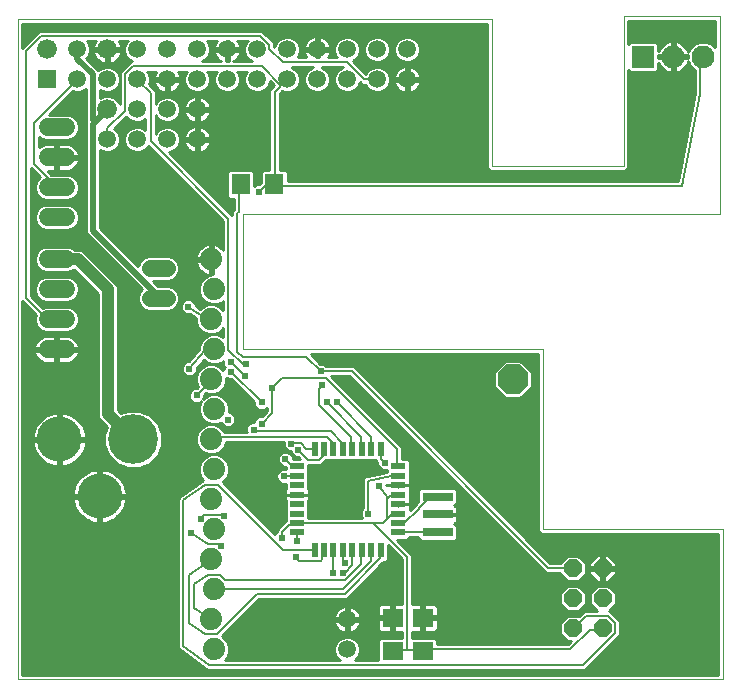
<source format=gbl>
G75*
%MOIN*%
%OFA0B0*%
%FSLAX24Y24*%
%IPPOS*%
%LPD*%
%AMOC8*
5,1,8,0,0,1.08239X$1,22.5*
%
%ADD10C,0.0000*%
%ADD11R,0.0594X0.0594*%
%ADD12C,0.0660*%
%ADD13C,0.0594*%
%ADD14R,0.0760X0.0760*%
%ADD15C,0.0760*%
%ADD16C,0.0560*%
%ADD17C,0.1660*%
%ADD18C,0.1502*%
%ADD19C,0.0600*%
%ADD20OC8,0.0600*%
%ADD21C,0.0740*%
%ADD22R,0.0500X0.0220*%
%ADD23R,0.0220X0.0500*%
%ADD24R,0.0630X0.0710*%
%ADD25R,0.0709X0.0630*%
%ADD26R,0.1024X0.0315*%
%ADD27OC8,0.1000*%
%ADD28C,0.0080*%
%ADD29C,0.0240*%
%ADD30C,0.0100*%
%ADD31C,0.0200*%
%ADD32C,0.0400*%
D10*
X005976Y000558D02*
X029476Y000558D01*
X029476Y005558D01*
X023476Y005558D01*
X023476Y011558D01*
X013476Y011558D01*
X013476Y016058D01*
X029376Y016058D01*
X029376Y022658D01*
X026176Y022658D01*
X026176Y017658D01*
X021776Y017658D01*
X021776Y022558D01*
X005976Y022558D01*
X005976Y000558D01*
D11*
X006960Y020558D03*
D12*
X006960Y021558D03*
X008960Y021558D03*
X008960Y019558D03*
D13*
X009960Y019558D03*
X010960Y019558D03*
X011960Y019558D03*
X011960Y018558D03*
X010960Y018558D03*
X009960Y018558D03*
X008960Y018558D03*
X008960Y020558D03*
X009960Y020558D03*
X010960Y020558D03*
X011960Y020558D03*
X012960Y020558D03*
X013960Y020558D03*
X014960Y020558D03*
X015960Y020558D03*
X016960Y020558D03*
X017960Y020558D03*
X018960Y020558D03*
X018960Y021558D03*
X017960Y021558D03*
X016960Y021558D03*
X015960Y021558D03*
X014960Y021558D03*
X013960Y021558D03*
X012960Y021558D03*
X011960Y021558D03*
X010960Y021558D03*
X009960Y021558D03*
X007960Y021558D03*
X007960Y020558D03*
X016960Y002558D03*
X016960Y001558D03*
D14*
X026826Y021308D03*
D15*
X027826Y021308D03*
X028826Y021308D03*
D16*
X010956Y014258D02*
X010396Y014258D01*
X010396Y013258D02*
X010956Y013258D01*
D17*
X009830Y008558D03*
D18*
X007370Y008558D03*
X008708Y006668D03*
D19*
X007576Y011558D02*
X006976Y011558D01*
X006976Y012558D02*
X007576Y012558D01*
X007576Y013558D02*
X006976Y013558D01*
X006976Y014558D02*
X007576Y014558D01*
X007576Y015958D02*
X006976Y015958D01*
X006976Y016958D02*
X007576Y016958D01*
X007576Y017958D02*
X006976Y017958D01*
X006976Y018958D02*
X007576Y018958D01*
D20*
X024476Y004258D03*
X025476Y004258D03*
X025476Y003258D03*
X024476Y003258D03*
X024476Y002258D03*
X025476Y002258D03*
D21*
X012526Y001558D03*
X012426Y002558D03*
X012526Y003558D03*
X012426Y004558D03*
X012526Y005558D03*
X012426Y006558D03*
X012526Y007558D03*
X012426Y008558D03*
X012526Y009558D03*
X012426Y010558D03*
X012526Y011558D03*
X012426Y012558D03*
X012526Y013558D03*
X012426Y014558D03*
D22*
X015286Y007660D03*
X015286Y007345D03*
X015286Y007031D03*
X015286Y006716D03*
X015286Y006401D03*
X015286Y006086D03*
X015286Y005771D03*
X015286Y005456D03*
X018666Y005456D03*
X018666Y005771D03*
X018666Y006086D03*
X018666Y006401D03*
X018666Y006716D03*
X018666Y007031D03*
X018666Y007345D03*
X018666Y007660D03*
D23*
X018078Y008248D03*
X017763Y008248D03*
X017448Y008248D03*
X017133Y008248D03*
X016819Y008248D03*
X016504Y008248D03*
X016189Y008248D03*
X015874Y008248D03*
X015874Y004868D03*
X016189Y004868D03*
X016504Y004868D03*
X016819Y004868D03*
X017133Y004868D03*
X017448Y004868D03*
X017763Y004868D03*
X018078Y004868D03*
D24*
X014536Y017058D03*
X013416Y017058D03*
D25*
X018476Y002609D03*
X019476Y002609D03*
X019476Y001507D03*
X018476Y001507D03*
D26*
X019976Y005468D03*
X019976Y006058D03*
X019976Y006649D03*
D27*
X022476Y010558D03*
D28*
X018614Y008235D02*
X016252Y010597D01*
X014775Y010597D01*
X014480Y010302D01*
X014460Y010263D01*
X014460Y009436D01*
X014106Y009082D01*
X013889Y008845D02*
X013850Y008885D01*
X013889Y008845D02*
X016409Y008845D01*
X016803Y008452D01*
X016803Y008255D01*
X016819Y008248D01*
X017078Y008294D02*
X017133Y008248D01*
X017078Y008294D02*
X017078Y008649D01*
X016015Y009712D01*
X016015Y010243D01*
X016133Y010361D01*
X016074Y010834D02*
X017106Y010834D01*
X023661Y004279D01*
X024460Y004279D01*
X024476Y004258D01*
X024933Y002684D02*
X024519Y002271D01*
X024476Y002258D01*
X025051Y002212D02*
X024401Y001562D01*
X019500Y001562D01*
X019476Y001507D01*
X019460Y001523D01*
X018968Y001523D01*
X018968Y004633D01*
X017866Y005735D01*
X017866Y005775D01*
X015287Y005775D01*
X015286Y005771D01*
X015248Y005755D01*
X015070Y005755D01*
X014775Y005460D01*
X014775Y005282D01*
X014834Y004869D02*
X012649Y007054D01*
X012236Y007054D01*
X011504Y006523D01*
X011504Y001680D01*
X012354Y001031D01*
X024815Y001031D01*
X025878Y002094D01*
X025878Y002448D01*
X025641Y002684D01*
X024933Y002684D01*
X025051Y002212D02*
X025464Y002212D01*
X025476Y002258D01*
X019972Y005460D02*
X019976Y005468D01*
X019972Y005460D02*
X018673Y005460D01*
X018666Y005456D01*
X018666Y005771D02*
X018673Y005775D01*
X018870Y005775D01*
X019342Y006247D01*
X019342Y006267D01*
X019716Y006641D01*
X019972Y006641D01*
X019976Y006649D01*
X018666Y006716D02*
X018653Y006700D01*
X018417Y006700D01*
X018319Y006601D01*
X018020Y007000D01*
X017669Y007182D02*
X017669Y006082D01*
X018161Y005775D02*
X018299Y005912D01*
X018279Y005932D01*
X018279Y006562D01*
X018319Y006601D01*
X018456Y006070D02*
X018653Y006070D01*
X018666Y006086D01*
X018456Y006070D02*
X018299Y005912D01*
X018161Y005775D02*
X017866Y005775D01*
X017763Y004868D02*
X017748Y004849D01*
X017748Y004495D01*
X016822Y003570D01*
X012531Y003570D01*
X012526Y003558D01*
X012885Y003865D02*
X012708Y004042D01*
X012334Y004042D01*
X011839Y003747D01*
X011839Y002940D01*
X012413Y002566D01*
X012426Y002558D01*
X012610Y002074D02*
X012236Y002074D01*
X011681Y002428D01*
X011681Y004023D01*
X012413Y004554D01*
X012426Y004558D01*
X012767Y005007D02*
X012689Y005086D01*
X012315Y005086D01*
X011760Y005440D01*
X012078Y005912D02*
X012196Y006031D01*
X012846Y006031D01*
X012866Y006011D01*
X014834Y004869D02*
X015838Y004869D01*
X015874Y004868D01*
X016133Y004810D02*
X016189Y004868D01*
X016133Y004810D02*
X016133Y004574D01*
X016074Y004515D01*
X015366Y004515D01*
X015248Y004633D01*
X015287Y005164D02*
X015287Y005440D01*
X015286Y005456D01*
X016488Y004849D02*
X016504Y004868D01*
X016488Y004849D02*
X016488Y004101D01*
X016822Y004101D02*
X016881Y004101D01*
X017137Y004357D01*
X017137Y004849D01*
X017133Y004868D01*
X017433Y004849D02*
X017448Y004868D01*
X017433Y004849D02*
X017433Y004397D01*
X016901Y003865D01*
X012885Y003865D01*
X013948Y003412D02*
X012610Y002074D01*
X013948Y003412D02*
X016881Y003412D01*
X018063Y004594D01*
X018063Y004849D01*
X018078Y004868D01*
X016901Y004436D02*
X016822Y004515D01*
X016822Y004849D01*
X016819Y004868D01*
X017669Y007182D02*
X018417Y007330D01*
X018653Y007330D01*
X018666Y007345D01*
X018666Y007660D02*
X018614Y007704D01*
X018614Y008235D01*
X018082Y008235D02*
X018082Y007920D01*
X018220Y007782D01*
X018653Y007664D02*
X018666Y007660D01*
X018082Y008235D02*
X018078Y008248D01*
X017763Y008248D02*
X017748Y008255D01*
X017748Y008649D01*
X016606Y009790D01*
X016291Y009790D02*
X017433Y008649D01*
X017433Y008255D01*
X017448Y008248D01*
X016504Y008248D02*
X016488Y008255D01*
X016488Y008452D01*
X016291Y008649D01*
X012511Y008649D01*
X012433Y008570D01*
X012426Y008558D01*
X014106Y009790D02*
X013082Y010814D01*
X013082Y011129D02*
X013555Y010656D01*
X013594Y011070D02*
X013476Y011070D01*
X013004Y011542D01*
X013004Y015912D01*
X010405Y018511D01*
X010405Y020105D01*
X009992Y020519D01*
X009960Y020558D01*
X009559Y020735D02*
X009815Y020991D01*
X014126Y020991D01*
X014736Y020381D01*
X014960Y020558D01*
X014952Y020558D01*
X014539Y020145D01*
X014539Y017074D01*
X014536Y017058D01*
X014500Y017290D01*
X014027Y016818D01*
X013416Y017058D02*
X013358Y017034D01*
X013358Y016149D01*
X013299Y016090D01*
X013299Y011483D01*
X013476Y011306D01*
X015602Y011306D01*
X016074Y010834D01*
X012526Y011558D02*
X012511Y011542D01*
X012236Y011542D01*
X011704Y010911D01*
X012413Y010558D02*
X012426Y010558D01*
X012413Y010558D02*
X012413Y010499D01*
X011941Y010027D01*
X015090Y008412D02*
X015130Y008452D01*
X015405Y008452D01*
X015602Y008255D01*
X015858Y008255D01*
X015874Y008248D01*
X016173Y008235D02*
X016189Y008248D01*
X016173Y008235D02*
X016173Y008038D01*
X016015Y007881D01*
X015661Y007881D01*
X015326Y008216D01*
X014893Y007901D02*
X015130Y007664D01*
X015267Y007664D01*
X015286Y007660D01*
X015286Y007345D02*
X015267Y007330D01*
X014854Y007330D01*
X012426Y012558D02*
X012413Y012566D01*
X012275Y012566D01*
X011662Y012979D01*
X007276Y012558D02*
X006960Y012566D01*
X006252Y013275D01*
X006252Y021503D01*
X006763Y022015D01*
X014067Y022015D01*
X014362Y021719D01*
X014362Y021582D01*
X014815Y021129D01*
X016960Y021129D01*
X017531Y020558D01*
X017960Y020558D01*
X014539Y017074D02*
X014539Y017007D01*
X028133Y017007D01*
X028712Y020086D01*
X028712Y021306D01*
X028826Y021308D01*
X009559Y020735D02*
X009559Y019515D01*
X008968Y018924D01*
X008968Y018570D01*
X008960Y018558D01*
X007925Y020519D02*
X006507Y019101D01*
X006507Y017743D01*
X007275Y016975D01*
X007276Y016958D01*
X007925Y020519D02*
X007960Y020558D01*
X018476Y001523D02*
X018476Y001507D01*
X018476Y001523D02*
X018968Y001523D01*
D29*
X016822Y004101D03*
X016488Y004101D03*
X016901Y004436D03*
X015248Y004633D03*
X015287Y005164D03*
X014775Y005282D03*
X012866Y006011D03*
X012078Y005912D03*
X011760Y005440D03*
X012767Y005007D03*
X014854Y007330D03*
X014893Y007901D03*
X015326Y008216D03*
X015090Y008412D03*
X014106Y009082D03*
X013850Y008885D03*
X012984Y009219D03*
X014106Y009790D03*
X014460Y010263D03*
X013555Y010656D03*
X013594Y011070D03*
X013082Y011129D03*
X013082Y010814D03*
X011704Y010911D03*
X011941Y010027D03*
X016133Y010361D03*
X016074Y010834D03*
X016291Y009790D03*
X016606Y009790D03*
X018220Y007782D03*
X018020Y007000D03*
X017669Y006082D03*
X011662Y012979D03*
X014027Y016818D03*
D30*
X014037Y017068D02*
X013977Y017068D01*
X013886Y017030D01*
X013861Y017005D01*
X013861Y017467D01*
X013785Y017543D01*
X013047Y017543D01*
X012971Y017467D01*
X012971Y016649D01*
X013047Y016573D01*
X013188Y016573D01*
X013188Y016219D01*
X013129Y016160D01*
X013129Y016028D01*
X011025Y018131D01*
X011045Y018131D01*
X011202Y018196D01*
X011322Y018316D01*
X011387Y018473D01*
X011387Y018643D01*
X011322Y018800D01*
X011202Y018920D01*
X011045Y018985D01*
X010875Y018985D01*
X010718Y018920D01*
X010598Y018800D01*
X010575Y018744D01*
X010575Y019372D01*
X010575Y019372D01*
X010598Y019316D01*
X010718Y019196D01*
X010875Y019131D01*
X011045Y019131D01*
X011202Y019196D01*
X011322Y019316D01*
X011387Y019473D01*
X011387Y019643D01*
X011322Y019800D01*
X011202Y019920D01*
X011045Y019985D01*
X010875Y019985D01*
X010718Y019920D01*
X010598Y019800D01*
X010575Y019744D01*
X010575Y020176D01*
X010355Y020396D01*
X010387Y020473D01*
X010387Y020643D01*
X010322Y020800D01*
X010301Y020821D01*
X010599Y020821D01*
X010578Y020792D01*
X010546Y020730D01*
X010524Y020663D01*
X010515Y020606D01*
X010912Y020606D01*
X010912Y020510D01*
X010515Y020510D01*
X010524Y020453D01*
X010546Y020387D01*
X010578Y020324D01*
X010619Y020267D01*
X010669Y020217D01*
X010726Y020176D01*
X010789Y020144D01*
X010856Y020122D01*
X010912Y020113D01*
X010912Y020510D01*
X011009Y020510D01*
X011009Y020606D01*
X011405Y020606D01*
X011396Y020663D01*
X011374Y020730D01*
X011342Y020792D01*
X011321Y020821D01*
X011620Y020821D01*
X011598Y020800D01*
X011533Y020643D01*
X011533Y020473D01*
X011598Y020316D01*
X011718Y020196D01*
X011875Y020131D01*
X012045Y020131D01*
X012202Y020196D01*
X012322Y020316D01*
X012387Y020473D01*
X012387Y020643D01*
X012322Y020800D01*
X012301Y020821D01*
X012620Y020821D01*
X012598Y020800D01*
X012533Y020643D01*
X012533Y020473D01*
X012598Y020316D01*
X012718Y020196D01*
X012875Y020131D01*
X013045Y020131D01*
X013202Y020196D01*
X013322Y020316D01*
X013387Y020473D01*
X013387Y020643D01*
X013322Y020800D01*
X013301Y020821D01*
X013620Y020821D01*
X013598Y020800D01*
X013533Y020643D01*
X013533Y020473D01*
X013598Y020316D01*
X013718Y020196D01*
X013875Y020131D01*
X014045Y020131D01*
X014202Y020196D01*
X014322Y020316D01*
X014387Y020473D01*
X014387Y020489D01*
X014515Y020361D01*
X014369Y020215D01*
X014369Y017543D01*
X014167Y017543D01*
X014091Y017467D01*
X014091Y017122D01*
X014037Y017068D01*
X014075Y017106D02*
X013861Y017106D01*
X013861Y017008D02*
X013863Y017008D01*
X013861Y017205D02*
X014091Y017205D01*
X014091Y017303D02*
X013861Y017303D01*
X013861Y017402D02*
X014091Y017402D01*
X014124Y017500D02*
X013828Y017500D01*
X014369Y017599D02*
X011558Y017599D01*
X011459Y017697D02*
X014369Y017697D01*
X014369Y017796D02*
X011361Y017796D01*
X011262Y017894D02*
X014369Y017894D01*
X014369Y017993D02*
X011164Y017993D01*
X011065Y018091D02*
X014369Y018091D01*
X014369Y018190D02*
X012213Y018190D01*
X012194Y018176D02*
X012251Y018217D01*
X012301Y018267D01*
X012342Y018324D01*
X012374Y018387D01*
X014369Y018387D01*
X014369Y018485D02*
X012401Y018485D01*
X012405Y018510D02*
X012009Y018510D01*
X012009Y018606D01*
X012405Y018606D01*
X012396Y018663D01*
X012374Y018730D01*
X012342Y018792D01*
X012301Y018849D01*
X012251Y018899D01*
X012194Y018940D01*
X012132Y018972D01*
X012065Y018994D01*
X012009Y019003D01*
X012009Y018607D01*
X011912Y018607D01*
X011912Y019003D01*
X011856Y018994D01*
X011789Y018972D01*
X011726Y018940D01*
X011669Y018899D01*
X011619Y018849D01*
X011578Y018792D01*
X011546Y018730D01*
X011524Y018663D01*
X011515Y018606D01*
X011912Y018606D01*
X011912Y018510D01*
X011515Y018510D01*
X011524Y018453D01*
X011546Y018387D01*
X011351Y018387D01*
X011387Y018485D02*
X011519Y018485D01*
X011546Y018387D02*
X011578Y018324D01*
X011619Y018267D01*
X011669Y018217D01*
X011726Y018176D01*
X011789Y018144D01*
X011856Y018122D01*
X011912Y018113D01*
X011912Y018510D01*
X012009Y018510D01*
X012009Y018113D01*
X012065Y018122D01*
X012132Y018144D01*
X012194Y018176D01*
X012316Y018288D02*
X014369Y018288D01*
X014369Y018584D02*
X012009Y018584D01*
X011912Y018584D02*
X011387Y018584D01*
X011371Y018682D02*
X011531Y018682D01*
X011572Y018781D02*
X011330Y018781D01*
X011243Y018879D02*
X011649Y018879D01*
X011805Y018978D02*
X011063Y018978D01*
X010858Y018978D02*
X010575Y018978D01*
X010575Y019076D02*
X014369Y019076D01*
X014369Y018978D02*
X012115Y018978D01*
X012009Y018978D02*
X011912Y018978D01*
X011912Y018879D02*
X012009Y018879D01*
X012009Y018781D02*
X011912Y018781D01*
X011912Y018682D02*
X012009Y018682D01*
X012009Y018485D02*
X011912Y018485D01*
X011912Y018387D02*
X012009Y018387D01*
X012009Y018288D02*
X011912Y018288D01*
X011912Y018190D02*
X012009Y018190D01*
X011707Y018190D02*
X011186Y018190D01*
X011294Y018288D02*
X011604Y018288D01*
X012374Y018387D02*
X012396Y018453D01*
X012405Y018510D01*
X012390Y018682D02*
X014369Y018682D01*
X014369Y018781D02*
X012348Y018781D01*
X012271Y018879D02*
X014369Y018879D01*
X014709Y018879D02*
X021626Y018879D01*
X021626Y018781D02*
X014709Y018781D01*
X014709Y018682D02*
X021626Y018682D01*
X021626Y018584D02*
X014709Y018584D01*
X014709Y018485D02*
X021626Y018485D01*
X021626Y018387D02*
X014709Y018387D01*
X014709Y018288D02*
X021626Y018288D01*
X021626Y018190D02*
X014709Y018190D01*
X014709Y018091D02*
X021626Y018091D01*
X021626Y017993D02*
X014709Y017993D01*
X014709Y017894D02*
X021626Y017894D01*
X021626Y017796D02*
X014709Y017796D01*
X014709Y017697D02*
X021626Y017697D01*
X021626Y017599D02*
X014709Y017599D01*
X014709Y017543D02*
X014709Y020074D01*
X014798Y020163D01*
X014875Y020131D01*
X015045Y020131D01*
X015202Y020196D01*
X015322Y020316D01*
X015387Y020473D01*
X015387Y020643D01*
X015322Y020800D01*
X015202Y020920D01*
X015108Y020959D01*
X015813Y020959D01*
X015718Y020920D01*
X015598Y020800D01*
X015533Y020643D01*
X015533Y020473D01*
X015598Y020316D01*
X015718Y020196D01*
X015875Y020131D01*
X016045Y020131D01*
X016202Y020196D01*
X016322Y020316D01*
X016387Y020473D01*
X016387Y020643D01*
X016322Y020800D01*
X016202Y020920D01*
X016108Y020959D01*
X016813Y020959D01*
X016718Y020920D01*
X016598Y020800D01*
X016533Y020643D01*
X016533Y020473D01*
X016598Y020316D01*
X016718Y020196D01*
X016875Y020131D01*
X017045Y020131D01*
X017202Y020196D01*
X017322Y020316D01*
X017384Y020465D01*
X017461Y020388D01*
X017569Y020388D01*
X017598Y020316D01*
X017718Y020196D01*
X017875Y020131D01*
X018045Y020131D01*
X018202Y020196D01*
X018322Y020316D01*
X018387Y020473D01*
X018387Y020643D01*
X018322Y020800D01*
X018202Y020920D01*
X018045Y020985D01*
X017875Y020985D01*
X017718Y020920D01*
X017598Y020800D01*
X017578Y020751D01*
X017153Y021176D01*
X017202Y021196D01*
X017322Y021316D01*
X017387Y021473D01*
X017387Y021643D01*
X017322Y021800D01*
X017202Y021920D01*
X017045Y021985D01*
X016875Y021985D01*
X016718Y021920D01*
X016598Y021800D01*
X016533Y021643D01*
X016533Y021473D01*
X016598Y021316D01*
X016616Y021299D01*
X016324Y021299D01*
X016342Y021324D01*
X016374Y021387D01*
X016396Y021453D01*
X016405Y021510D01*
X016009Y021510D01*
X016009Y021606D01*
X016405Y021606D01*
X016396Y021663D01*
X016374Y021730D01*
X016342Y021792D01*
X016301Y021849D01*
X016251Y021899D01*
X016194Y021940D01*
X016132Y021972D01*
X016065Y021994D01*
X016009Y022003D01*
X016009Y021607D01*
X015912Y021607D01*
X015912Y022003D01*
X015856Y021994D01*
X015789Y021972D01*
X015726Y021940D01*
X015669Y021899D01*
X015619Y021849D01*
X015578Y021792D01*
X015546Y021730D01*
X015524Y021663D01*
X015515Y021606D01*
X015912Y021606D01*
X015912Y021510D01*
X015515Y021510D01*
X015524Y021453D01*
X015546Y021387D01*
X015578Y021324D01*
X015596Y021299D01*
X015305Y021299D01*
X015322Y021316D01*
X015387Y021473D01*
X015387Y021643D01*
X015322Y021800D01*
X015202Y021920D01*
X015045Y021985D01*
X014875Y021985D01*
X014718Y021920D01*
X014598Y021800D01*
X014536Y021648D01*
X014532Y021652D01*
X014532Y021790D01*
X014237Y022085D01*
X014137Y022185D01*
X006693Y022185D01*
X006181Y021673D01*
X006126Y021618D01*
X006126Y022408D01*
X021626Y022408D01*
X021626Y017596D01*
X021714Y017508D01*
X026238Y017508D01*
X026326Y017596D01*
X026326Y020864D01*
X026392Y020798D01*
X027260Y020798D01*
X027336Y020874D01*
X027336Y021102D01*
X027373Y021030D01*
X027422Y020963D01*
X027481Y020904D01*
X027548Y020855D01*
X027623Y020817D01*
X027702Y020791D01*
X027776Y020779D01*
X027776Y021258D01*
X027876Y021258D01*
X027876Y020779D01*
X027950Y020791D01*
X028029Y020817D01*
X028104Y020855D01*
X028171Y020904D01*
X028230Y020963D01*
X028279Y021030D01*
X028317Y021105D01*
X028335Y021160D01*
X028394Y021019D01*
X028537Y020876D01*
X028542Y020874D01*
X028542Y020101D01*
X027992Y017177D01*
X014981Y017177D01*
X014981Y017467D01*
X014905Y017543D01*
X014709Y017543D01*
X014948Y017500D02*
X028053Y017500D01*
X028035Y017402D02*
X014981Y017402D01*
X014981Y017303D02*
X028016Y017303D01*
X027998Y017205D02*
X014981Y017205D01*
X013188Y016515D02*
X012641Y016515D01*
X012543Y016614D02*
X013007Y016614D01*
X012971Y016712D02*
X012444Y016712D01*
X012346Y016811D02*
X012971Y016811D01*
X012971Y016909D02*
X012247Y016909D01*
X012149Y017008D02*
X012971Y017008D01*
X012971Y017106D02*
X012050Y017106D01*
X011952Y017205D02*
X012971Y017205D01*
X012971Y017303D02*
X011853Y017303D01*
X011755Y017402D02*
X012971Y017402D01*
X013004Y017500D02*
X011656Y017500D01*
X011372Y017303D02*
X008706Y017303D01*
X008706Y017205D02*
X011471Y017205D01*
X011569Y017106D02*
X008706Y017106D01*
X008706Y017008D02*
X011668Y017008D01*
X011766Y016909D02*
X008706Y016909D01*
X008706Y016811D02*
X011865Y016811D01*
X011963Y016712D02*
X008706Y016712D01*
X008706Y016614D02*
X012062Y016614D01*
X012160Y016515D02*
X008706Y016515D01*
X008706Y016417D02*
X012259Y016417D01*
X012357Y016318D02*
X008706Y016318D01*
X008706Y016220D02*
X012456Y016220D01*
X012554Y016121D02*
X008706Y016121D01*
X008706Y016023D02*
X012653Y016023D01*
X012751Y015924D02*
X008706Y015924D01*
X008706Y015826D02*
X012834Y015826D01*
X012834Y015842D02*
X012834Y014882D01*
X012823Y014897D01*
X012765Y014955D01*
X012699Y015003D01*
X012626Y015040D01*
X012548Y015065D01*
X012476Y015077D01*
X012476Y014608D01*
X012376Y014608D01*
X012376Y014508D01*
X012476Y014508D01*
X012476Y014058D01*
X012427Y014058D01*
X012243Y013982D01*
X012102Y013841D01*
X012026Y013658D01*
X012026Y013459D01*
X012102Y013275D01*
X012243Y013134D01*
X012427Y013058D01*
X012625Y013058D01*
X012809Y013134D01*
X012834Y013159D01*
X012834Y012858D01*
X012709Y012982D01*
X012525Y013058D01*
X012327Y013058D01*
X012143Y012982D01*
X012070Y012909D01*
X011912Y013016D01*
X011912Y013029D01*
X011874Y013121D01*
X011803Y013191D01*
X011712Y013229D01*
X011612Y013229D01*
X011520Y013191D01*
X011450Y013121D01*
X011412Y013029D01*
X011412Y012930D01*
X011450Y012838D01*
X011520Y012767D01*
X011612Y012729D01*
X011712Y012729D01*
X011722Y012734D01*
X011926Y012596D01*
X011926Y012459D01*
X012002Y012275D01*
X012143Y012134D01*
X012327Y012058D01*
X012525Y012058D01*
X012709Y012134D01*
X012834Y012259D01*
X012834Y011958D01*
X012809Y011982D01*
X012625Y012058D01*
X012427Y012058D01*
X012243Y011982D01*
X012102Y011841D01*
X012026Y011658D01*
X012026Y011557D01*
X011693Y011161D01*
X011655Y011161D01*
X011563Y011123D01*
X011492Y011052D01*
X011454Y010961D01*
X011454Y010861D01*
X011492Y010769D01*
X011563Y010699D01*
X011655Y010661D01*
X011754Y010661D01*
X011846Y010699D01*
X011916Y010769D01*
X011954Y010861D01*
X011954Y010944D01*
X012173Y011204D01*
X012243Y011134D01*
X012427Y011058D01*
X012625Y011058D01*
X012809Y011134D01*
X012832Y011157D01*
X012832Y011079D01*
X012870Y010987D01*
X012886Y010971D01*
X012870Y010956D01*
X012832Y010864D01*
X012832Y010859D01*
X012709Y010982D01*
X012525Y011058D01*
X012327Y011058D01*
X012143Y010982D01*
X012002Y010841D01*
X011926Y010658D01*
X011926Y010459D01*
X011986Y010313D01*
X011950Y010277D01*
X011891Y010277D01*
X011799Y010239D01*
X011729Y010168D01*
X011691Y010076D01*
X011691Y009977D01*
X011729Y009885D01*
X011799Y009815D01*
X011891Y009777D01*
X011990Y009777D01*
X012082Y009815D01*
X012097Y009830D01*
X012026Y009658D01*
X012026Y009459D01*
X012102Y009275D01*
X012243Y009134D01*
X012427Y009058D01*
X012625Y009058D01*
X012757Y009113D01*
X012772Y009078D01*
X012842Y009008D01*
X012934Y008969D01*
X013034Y008969D01*
X013125Y009008D01*
X013196Y009078D01*
X013234Y009170D01*
X013234Y009269D01*
X013196Y009361D01*
X013125Y009431D01*
X013034Y009469D01*
X013026Y009469D01*
X013026Y009658D01*
X012950Y009841D01*
X012809Y009982D01*
X012625Y010058D01*
X012427Y010058D01*
X012243Y009982D01*
X012157Y009896D01*
X012191Y009977D01*
X012191Y010036D01*
X012246Y010091D01*
X012327Y010058D01*
X012525Y010058D01*
X012709Y010134D01*
X012850Y010275D01*
X012926Y010459D01*
X012926Y010617D01*
X012941Y010602D01*
X013033Y010564D01*
X013092Y010564D01*
X013856Y009800D01*
X013856Y009741D01*
X013894Y009649D01*
X013964Y009578D01*
X014056Y009540D01*
X014156Y009540D01*
X014248Y009578D01*
X014290Y009621D01*
X014290Y009506D01*
X014115Y009332D01*
X014056Y009332D01*
X013964Y009294D01*
X013894Y009223D01*
X013857Y009135D01*
X013800Y009135D01*
X013708Y009097D01*
X013638Y009026D01*
X013600Y008935D01*
X013600Y008835D01*
X013607Y008819D01*
X012859Y008819D01*
X012850Y008841D01*
X012709Y008982D01*
X012525Y009058D01*
X012327Y009058D01*
X012143Y008982D01*
X012002Y008841D01*
X011926Y008658D01*
X011926Y008459D01*
X012002Y008275D01*
X012143Y008134D01*
X012327Y008058D01*
X012525Y008058D01*
X012709Y008134D01*
X012850Y008275D01*
X012926Y008459D01*
X012926Y008479D01*
X014847Y008479D01*
X014840Y008462D01*
X014840Y008363D01*
X014878Y008271D01*
X014949Y008200D01*
X015040Y008162D01*
X015078Y008162D01*
X015114Y008074D01*
X015185Y008004D01*
X015277Y007966D01*
X015336Y007966D01*
X015401Y007900D01*
X015143Y007900D01*
X015143Y007950D01*
X015105Y008042D01*
X015035Y008113D01*
X014943Y008151D01*
X014844Y008151D01*
X014752Y008113D01*
X014681Y008042D01*
X014643Y007950D01*
X014643Y007851D01*
X014681Y007759D01*
X014752Y007689D01*
X014844Y007651D01*
X014903Y007651D01*
X014906Y007647D01*
X014906Y007579D01*
X014904Y007580D01*
X014804Y007580D01*
X014712Y007542D01*
X014642Y007471D01*
X014604Y007379D01*
X014604Y007280D01*
X014642Y007188D01*
X014712Y007118D01*
X014804Y007080D01*
X014904Y007080D01*
X014906Y007081D01*
X014906Y006900D01*
X014896Y006883D01*
X014886Y006845D01*
X014886Y006721D01*
X015281Y006721D01*
X015281Y006711D01*
X014886Y006711D01*
X014886Y006586D01*
X014896Y006548D01*
X014906Y006531D01*
X014906Y005831D01*
X014900Y005825D01*
X014605Y005530D01*
X014605Y005466D01*
X014563Y005424D01*
X014550Y005393D01*
X012819Y007125D01*
X012809Y007134D01*
X012950Y007275D01*
X013026Y007459D01*
X013026Y007658D01*
X012950Y007841D01*
X012809Y007982D01*
X012625Y008058D01*
X012427Y008058D01*
X012243Y007982D01*
X012102Y007841D01*
X012026Y007658D01*
X012026Y007459D01*
X012102Y007275D01*
X012159Y007218D01*
X012125Y007184D01*
X011449Y006693D01*
X011434Y006693D01*
X011394Y006652D01*
X011347Y006619D01*
X011345Y006604D01*
X011334Y006593D01*
X011334Y006536D01*
X011325Y006480D01*
X011334Y006467D01*
X011334Y001738D01*
X011327Y001727D01*
X011334Y001669D01*
X011334Y001610D01*
X011343Y001601D01*
X011345Y001588D01*
X011392Y001552D01*
X011434Y001510D01*
X011447Y001510D01*
X012242Y000902D01*
X012284Y000861D01*
X012296Y000861D01*
X012307Y000853D01*
X012365Y000861D01*
X024885Y000861D01*
X025948Y001924D01*
X026048Y002023D01*
X026048Y002518D01*
X025811Y002754D01*
X025712Y002854D01*
X025680Y002854D01*
X025906Y003080D01*
X025906Y003436D01*
X025654Y003688D01*
X025298Y003688D01*
X025046Y003436D01*
X025046Y003080D01*
X025272Y002854D01*
X024862Y002854D01*
X024675Y002667D01*
X024654Y002688D01*
X024298Y002688D01*
X024046Y002436D01*
X024046Y002080D01*
X024298Y001828D01*
X024427Y001828D01*
X024331Y001732D01*
X019960Y001732D01*
X019960Y001876D01*
X019884Y001952D01*
X019138Y001952D01*
X019138Y002144D01*
X019426Y002144D01*
X019426Y002559D01*
X019526Y002559D01*
X019526Y002144D01*
X019850Y002144D01*
X019888Y002155D01*
X019922Y002174D01*
X019950Y002202D01*
X019970Y002236D01*
X019980Y002275D01*
X019980Y002559D01*
X019526Y002559D01*
X019526Y002659D01*
X019980Y002659D01*
X019980Y002944D01*
X019970Y002982D01*
X019950Y003016D01*
X019922Y003044D01*
X019888Y003064D01*
X019850Y003074D01*
X019526Y003074D01*
X019526Y002659D01*
X019426Y002659D01*
X019426Y003074D01*
X019138Y003074D01*
X019138Y004703D01*
X018626Y005216D01*
X018970Y005216D01*
X019044Y005290D01*
X019334Y005290D01*
X019334Y005256D01*
X019410Y005180D01*
X020542Y005180D01*
X020618Y005256D01*
X020618Y005679D01*
X020542Y005755D01*
X020524Y005755D01*
X020546Y005761D01*
X020580Y005781D01*
X020608Y005808D01*
X020628Y005843D01*
X020638Y005881D01*
X020638Y006029D01*
X020005Y006029D01*
X020005Y006087D01*
X020638Y006087D01*
X020638Y006235D01*
X020628Y006273D01*
X020608Y006308D01*
X020580Y006336D01*
X020546Y006355D01*
X020524Y006361D01*
X020542Y006361D01*
X020618Y006437D01*
X020618Y006860D01*
X020542Y006936D01*
X019410Y006936D01*
X019334Y006860D01*
X019334Y006499D01*
X019272Y006437D01*
X019272Y006437D01*
X019172Y006337D01*
X019172Y006317D01*
X019046Y006191D01*
X019046Y006216D01*
X019056Y006233D01*
X019066Y006271D01*
X019126Y006271D01*
X019066Y006271D02*
X019066Y006396D01*
X018671Y006396D01*
X018671Y006406D01*
X018661Y006406D01*
X018661Y006476D01*
X018671Y006476D01*
X018671Y006406D01*
X019066Y006406D01*
X019066Y006530D01*
X019056Y006568D01*
X019046Y006585D01*
X019046Y006846D01*
X019056Y006863D01*
X019066Y006901D01*
X019066Y007026D01*
X018671Y007026D01*
X018671Y007036D01*
X018661Y007036D01*
X018661Y007105D01*
X018671Y007105D01*
X018671Y007036D01*
X019066Y007036D01*
X019066Y007160D01*
X019056Y007198D01*
X019046Y007215D01*
X019046Y007824D01*
X018970Y007900D01*
X018784Y007900D01*
X018784Y008306D01*
X016426Y010664D01*
X017035Y010664D01*
X023591Y004109D01*
X024046Y004109D01*
X024046Y004080D01*
X024298Y003828D01*
X024654Y003828D01*
X024906Y004080D01*
X024906Y004436D01*
X024654Y004688D01*
X024298Y004688D01*
X024058Y004449D01*
X023731Y004449D01*
X017276Y010904D01*
X017176Y011004D01*
X016258Y011004D01*
X016216Y011046D01*
X016124Y011084D01*
X016065Y011084D01*
X015740Y011408D01*
X023326Y011408D01*
X023326Y005496D01*
X023414Y005408D01*
X029326Y005408D01*
X029326Y000708D01*
X006126Y000708D01*
X006126Y013160D01*
X006181Y013105D01*
X006181Y013105D01*
X006574Y012712D01*
X006546Y012644D01*
X006546Y012473D01*
X006611Y012314D01*
X006732Y012194D01*
X006890Y012128D01*
X007662Y012128D01*
X007820Y012194D01*
X007941Y012314D01*
X008006Y012473D01*
X008006Y012644D01*
X007941Y012802D01*
X007820Y012923D01*
X007662Y012988D01*
X006890Y012988D01*
X006811Y012955D01*
X006422Y013345D01*
X006422Y017589D01*
X006710Y017300D01*
X006611Y017202D01*
X006546Y017044D01*
X006546Y016873D01*
X006611Y016714D01*
X006732Y016594D01*
X006890Y016528D01*
X007662Y016528D01*
X007820Y016594D01*
X007941Y016714D01*
X008006Y016873D01*
X008006Y017044D01*
X007941Y017202D01*
X007820Y017323D01*
X007662Y017388D01*
X007103Y017388D01*
X006983Y017508D01*
X007226Y017508D01*
X007226Y017908D01*
X007326Y017908D01*
X007326Y017508D01*
X007611Y017508D01*
X007681Y017519D01*
X007749Y017541D01*
X007812Y017573D01*
X007869Y017615D01*
X007919Y017665D01*
X007961Y017722D01*
X007993Y017785D01*
X008015Y017853D01*
X008024Y017908D01*
X007326Y017908D01*
X007326Y018008D01*
X008024Y018008D01*
X008015Y018063D01*
X007993Y018131D01*
X007961Y018194D01*
X007919Y018251D01*
X007869Y018301D01*
X007812Y018343D01*
X007749Y018375D01*
X007681Y018397D01*
X007611Y018408D01*
X007326Y018408D01*
X007326Y018008D01*
X007226Y018008D01*
X007226Y018408D01*
X006941Y018408D01*
X006871Y018397D01*
X006803Y018375D01*
X006740Y018343D01*
X006683Y018301D01*
X006677Y018296D01*
X006677Y018648D01*
X006732Y018594D01*
X006890Y018528D01*
X007662Y018528D01*
X007820Y018594D01*
X007941Y018714D01*
X008006Y018873D01*
X008006Y019044D01*
X007941Y019202D01*
X007820Y019323D01*
X007662Y019388D01*
X007035Y019388D01*
X007806Y020160D01*
X007875Y020131D01*
X008045Y020131D01*
X008202Y020196D01*
X008246Y020240D01*
X008246Y015423D01*
X008381Y015289D01*
X010114Y013556D01*
X010048Y013490D01*
X009986Y013340D01*
X009986Y013177D01*
X010048Y013026D01*
X010164Y012910D01*
X010314Y012848D01*
X011038Y012848D01*
X011188Y012910D01*
X011304Y013026D01*
X011366Y013177D01*
X011366Y013340D01*
X011304Y013490D01*
X011188Y013606D01*
X011038Y013668D01*
X010652Y013668D01*
X010472Y013848D01*
X011038Y013848D01*
X011188Y013910D01*
X011304Y014026D01*
X011366Y014177D01*
X011366Y014340D01*
X011304Y014490D01*
X011188Y014606D01*
X011038Y014668D01*
X010314Y014668D01*
X010164Y014606D01*
X010048Y014490D01*
X009986Y014340D01*
X009986Y014334D01*
X008706Y015614D01*
X008706Y018209D01*
X008718Y018196D01*
X008875Y018131D01*
X009045Y018131D01*
X009202Y018196D01*
X009322Y018316D01*
X009387Y018473D01*
X009387Y018643D01*
X009322Y018800D01*
X009203Y018919D01*
X009599Y019315D01*
X009718Y019196D01*
X009875Y019131D01*
X010045Y019131D01*
X010202Y019196D01*
X010235Y019229D01*
X010235Y018887D01*
X010202Y018920D01*
X010045Y018985D01*
X009875Y018985D01*
X009718Y018920D01*
X009598Y018800D01*
X009533Y018643D01*
X009533Y018473D01*
X009598Y018316D01*
X009718Y018196D01*
X009875Y018131D01*
X010045Y018131D01*
X010202Y018196D01*
X010322Y018316D01*
X010333Y018343D01*
X010335Y018341D01*
X012834Y015842D01*
X012834Y015727D02*
X008706Y015727D01*
X008706Y015629D02*
X012834Y015629D01*
X012834Y015530D02*
X008790Y015530D01*
X008888Y015432D02*
X012834Y015432D01*
X012834Y015333D02*
X008987Y015333D01*
X009085Y015235D02*
X012834Y015235D01*
X012834Y015136D02*
X009184Y015136D01*
X009282Y015038D02*
X012222Y015038D01*
X012226Y015040D02*
X012153Y015003D01*
X012087Y014955D01*
X012029Y014897D01*
X011981Y014831D01*
X011944Y014758D01*
X011919Y014680D01*
X011907Y014608D01*
X012376Y014608D01*
X012376Y015077D01*
X012304Y015065D01*
X012226Y015040D01*
X012376Y015038D02*
X012476Y015038D01*
X012476Y014939D02*
X012376Y014939D01*
X012376Y014841D02*
X012476Y014841D01*
X012476Y014742D02*
X012376Y014742D01*
X012376Y014644D02*
X012476Y014644D01*
X012376Y014545D02*
X011249Y014545D01*
X011322Y014447D02*
X011917Y014447D01*
X011919Y014436D02*
X011944Y014358D01*
X011981Y014286D01*
X012029Y014219D01*
X012087Y014161D01*
X012153Y014113D01*
X012226Y014076D01*
X012304Y014051D01*
X012376Y014040D01*
X012376Y014508D01*
X011907Y014508D01*
X011919Y014436D01*
X011949Y014348D02*
X011362Y014348D01*
X011366Y014250D02*
X012007Y014250D01*
X012101Y014151D02*
X011355Y014151D01*
X011315Y014053D02*
X012299Y014053D01*
X012376Y014053D02*
X012413Y014053D01*
X012376Y014151D02*
X012476Y014151D01*
X012476Y014250D02*
X012376Y014250D01*
X012376Y014348D02*
X012476Y014348D01*
X012476Y014447D02*
X012376Y014447D01*
X011939Y014742D02*
X009578Y014742D01*
X009676Y014644D02*
X010255Y014644D01*
X010103Y014545D02*
X009775Y014545D01*
X009873Y014447D02*
X010030Y014447D01*
X009989Y014348D02*
X009972Y014348D01*
X009617Y014053D02*
X008948Y014053D01*
X008850Y014151D02*
X009518Y014151D01*
X009420Y014250D02*
X008751Y014250D01*
X008653Y014348D02*
X009321Y014348D01*
X009223Y014447D02*
X008554Y014447D01*
X008456Y014545D02*
X009124Y014545D01*
X009026Y014644D02*
X008357Y014644D01*
X008259Y014742D02*
X008927Y014742D01*
X008829Y014841D02*
X008156Y014841D01*
X008163Y014838D02*
X008042Y014888D01*
X007854Y014888D01*
X007820Y014923D01*
X007662Y014988D01*
X006890Y014988D01*
X006732Y014923D01*
X006611Y014802D01*
X006546Y014644D01*
X006422Y014644D01*
X006422Y014742D02*
X006587Y014742D01*
X006546Y014644D02*
X006546Y014473D01*
X006611Y014314D01*
X006732Y014194D01*
X006890Y014128D01*
X007662Y014128D01*
X007820Y014194D01*
X007847Y014221D01*
X008646Y013421D01*
X008646Y009347D01*
X008696Y009225D01*
X008959Y008963D01*
X008870Y008749D01*
X008870Y008367D01*
X009017Y008014D01*
X009287Y007744D01*
X009639Y007598D01*
X010021Y007598D01*
X010374Y007744D01*
X010644Y008014D01*
X010790Y008367D01*
X010790Y008749D01*
X010644Y009102D01*
X010374Y009372D01*
X010021Y009518D01*
X009639Y009518D01*
X009426Y009429D01*
X009306Y009549D01*
X009306Y013624D01*
X009256Y013745D01*
X009163Y013838D01*
X008163Y014838D01*
X007780Y014939D02*
X008730Y014939D01*
X008632Y015038D02*
X006422Y015038D01*
X006422Y015136D02*
X008533Y015136D01*
X008435Y015235D02*
X006422Y015235D01*
X006422Y015333D02*
X008336Y015333D01*
X008246Y015432D02*
X006422Y015432D01*
X006422Y015530D02*
X006886Y015530D01*
X006890Y015528D02*
X006732Y015594D01*
X006611Y015714D01*
X006546Y015873D01*
X006546Y016044D01*
X006611Y016202D01*
X006732Y016323D01*
X006890Y016388D01*
X007662Y016388D01*
X007820Y016323D01*
X007941Y016202D01*
X008006Y016044D01*
X008006Y015873D01*
X007941Y015714D01*
X007820Y015594D01*
X007662Y015528D01*
X006890Y015528D01*
X006697Y015629D02*
X006422Y015629D01*
X006422Y015727D02*
X006606Y015727D01*
X006565Y015826D02*
X006422Y015826D01*
X006422Y015924D02*
X006546Y015924D01*
X006546Y016023D02*
X006422Y016023D01*
X006422Y016121D02*
X006578Y016121D01*
X006629Y016220D02*
X006422Y016220D01*
X006422Y016318D02*
X006728Y016318D01*
X006712Y016614D02*
X006422Y016614D01*
X006422Y016712D02*
X006614Y016712D01*
X006572Y016811D02*
X006422Y016811D01*
X006422Y016909D02*
X006546Y016909D01*
X006546Y017008D02*
X006422Y017008D01*
X006422Y017106D02*
X006572Y017106D01*
X006614Y017205D02*
X006422Y017205D01*
X006422Y017303D02*
X006707Y017303D01*
X006609Y017402D02*
X006422Y017402D01*
X006422Y017500D02*
X006510Y017500D01*
X006991Y017500D02*
X008246Y017500D01*
X008246Y017402D02*
X007089Y017402D01*
X007226Y017599D02*
X007326Y017599D01*
X007326Y017697D02*
X007226Y017697D01*
X007226Y017796D02*
X007326Y017796D01*
X007326Y017894D02*
X007226Y017894D01*
X007326Y017993D02*
X008246Y017993D01*
X008246Y018091D02*
X008006Y018091D01*
X007963Y018190D02*
X008246Y018190D01*
X008246Y018288D02*
X007882Y018288D01*
X007713Y018387D02*
X008246Y018387D01*
X008246Y018485D02*
X006677Y018485D01*
X006677Y018387D02*
X006839Y018387D01*
X006756Y018584D02*
X006677Y018584D01*
X007226Y018387D02*
X007326Y018387D01*
X007326Y018288D02*
X007226Y018288D01*
X007226Y018190D02*
X007326Y018190D01*
X007326Y018091D02*
X007226Y018091D01*
X007796Y018584D02*
X008246Y018584D01*
X008246Y018682D02*
X007908Y018682D01*
X007968Y018781D02*
X008246Y018781D01*
X008246Y018879D02*
X008006Y018879D01*
X008006Y018978D02*
X008246Y018978D01*
X008246Y019076D02*
X007993Y019076D01*
X007952Y019175D02*
X008246Y019175D01*
X008246Y019273D02*
X007869Y019273D01*
X007701Y019372D02*
X008246Y019372D01*
X008246Y019470D02*
X007117Y019470D01*
X007215Y019569D02*
X008246Y019569D01*
X008246Y019667D02*
X007314Y019667D01*
X007412Y019766D02*
X008246Y019766D01*
X008246Y019864D02*
X007511Y019864D01*
X007609Y019963D02*
X008246Y019963D01*
X008246Y020061D02*
X007708Y020061D01*
X007806Y020160D02*
X007807Y020160D01*
X008114Y020160D02*
X008246Y020160D01*
X008706Y020160D02*
X008807Y020160D01*
X008875Y020131D02*
X008718Y020196D01*
X008706Y020209D01*
X008706Y019951D01*
X008869Y020018D01*
X009052Y020018D01*
X009221Y019948D01*
X009350Y019819D01*
X009389Y019726D01*
X009389Y020806D01*
X009645Y021062D01*
X009744Y021161D01*
X009803Y021161D01*
X009718Y021196D01*
X009598Y021316D01*
X009533Y021473D01*
X009533Y021643D01*
X009598Y021800D01*
X009643Y021845D01*
X009345Y021845D01*
X009371Y021810D01*
X009405Y021742D01*
X009428Y021670D01*
X009439Y021606D01*
X009009Y021606D01*
X009009Y021510D01*
X009439Y021510D01*
X009428Y021446D01*
X009405Y021374D01*
X009371Y021306D01*
X009326Y021245D01*
X009273Y021192D01*
X009212Y021148D01*
X009144Y021113D01*
X009073Y021090D01*
X009009Y021080D01*
X009009Y021510D01*
X008912Y021510D01*
X008482Y021510D01*
X008492Y021446D01*
X008515Y021374D01*
X008550Y021306D01*
X008594Y021245D01*
X008648Y021192D01*
X008709Y021148D01*
X008776Y021113D01*
X008848Y021090D01*
X008912Y021080D01*
X008912Y021510D01*
X008912Y021606D01*
X008482Y021606D01*
X008492Y021670D01*
X008515Y021742D01*
X008550Y021810D01*
X008575Y021845D01*
X008277Y021845D01*
X008322Y021800D01*
X008387Y021643D01*
X008387Y021473D01*
X008322Y021316D01*
X008271Y021265D01*
X008571Y020965D01*
X008667Y020869D01*
X008718Y020920D01*
X008875Y020985D01*
X009045Y020985D01*
X009202Y020920D01*
X009322Y020800D01*
X009387Y020643D01*
X009387Y020473D01*
X009322Y020316D01*
X009202Y020196D01*
X009045Y020131D01*
X008875Y020131D01*
X008706Y020061D02*
X009389Y020061D01*
X009389Y019963D02*
X009186Y019963D01*
X009305Y019864D02*
X009389Y019864D01*
X009389Y019766D02*
X009372Y019766D01*
X008735Y019963D02*
X008706Y019963D01*
X009114Y020160D02*
X009389Y020160D01*
X009389Y020258D02*
X009264Y020258D01*
X009339Y020357D02*
X009389Y020357D01*
X009380Y020455D02*
X009389Y020455D01*
X009387Y020554D02*
X009389Y020554D01*
X009383Y020652D02*
X009389Y020652D01*
X009389Y020751D02*
X009342Y020751D01*
X009273Y020849D02*
X009432Y020849D01*
X009531Y020948D02*
X009135Y020948D01*
X009206Y021145D02*
X009728Y021145D01*
X009672Y021243D02*
X009324Y021243D01*
X009389Y021342D02*
X009588Y021342D01*
X009547Y021440D02*
X009427Y021440D01*
X009533Y021539D02*
X009009Y021539D01*
X009009Y021607D02*
X009009Y021845D01*
X008912Y021845D01*
X008912Y021607D01*
X009009Y021607D01*
X009009Y021637D02*
X008912Y021637D01*
X008912Y021539D02*
X008387Y021539D01*
X008387Y021637D02*
X008487Y021637D01*
X008513Y021736D02*
X008349Y021736D01*
X008288Y021834D02*
X008567Y021834D01*
X008912Y021834D02*
X009009Y021834D01*
X009009Y021736D02*
X008912Y021736D01*
X008912Y021440D02*
X009009Y021440D01*
X009009Y021342D02*
X008912Y021342D01*
X008912Y021243D02*
X009009Y021243D01*
X009009Y021145D02*
X008912Y021145D01*
X008714Y021145D02*
X008392Y021145D01*
X008293Y021243D02*
X008596Y021243D01*
X008532Y021342D02*
X008333Y021342D01*
X008373Y021440D02*
X008494Y021440D01*
X008490Y021046D02*
X009629Y021046D01*
X009533Y021637D02*
X009434Y021637D01*
X009407Y021736D02*
X009572Y021736D01*
X009633Y021834D02*
X009353Y021834D01*
X008785Y020948D02*
X008589Y020948D01*
X010342Y020751D02*
X010557Y020751D01*
X010523Y020652D02*
X010383Y020652D01*
X010387Y020554D02*
X010912Y020554D01*
X010912Y020607D02*
X010912Y020821D01*
X011009Y020821D01*
X011009Y020607D01*
X010912Y020607D01*
X010912Y020652D02*
X011009Y020652D01*
X011009Y020554D02*
X011533Y020554D01*
X011537Y020652D02*
X011398Y020652D01*
X011364Y020751D02*
X011578Y020751D01*
X011405Y020510D02*
X011009Y020510D01*
X011009Y020113D01*
X011065Y020122D01*
X011132Y020144D01*
X011194Y020176D01*
X011251Y020217D01*
X011301Y020267D01*
X011342Y020324D01*
X011374Y020387D01*
X011396Y020453D01*
X011405Y020510D01*
X011396Y020455D02*
X011541Y020455D01*
X011582Y020357D02*
X011359Y020357D01*
X011292Y020258D02*
X011657Y020258D01*
X011807Y020160D02*
X011163Y020160D01*
X011009Y020160D02*
X010912Y020160D01*
X010912Y020258D02*
X011009Y020258D01*
X011009Y020357D02*
X010912Y020357D01*
X010912Y020455D02*
X011009Y020455D01*
X011009Y020751D02*
X010912Y020751D01*
X010524Y020455D02*
X010380Y020455D01*
X010394Y020357D02*
X010561Y020357D01*
X010628Y020258D02*
X010493Y020258D01*
X010575Y020160D02*
X010758Y020160D01*
X010821Y019963D02*
X010575Y019963D01*
X010575Y020061D02*
X014369Y020061D01*
X014369Y019963D02*
X012151Y019963D01*
X012132Y019972D02*
X012065Y019994D01*
X012009Y020003D01*
X012009Y019607D01*
X011912Y019607D01*
X011912Y020003D01*
X011856Y019994D01*
X011789Y019972D01*
X011726Y019940D01*
X011669Y019899D01*
X011619Y019849D01*
X011578Y019792D01*
X011546Y019730D01*
X011524Y019663D01*
X011515Y019606D01*
X011912Y019606D01*
X011912Y019510D01*
X011515Y019510D01*
X011524Y019453D01*
X011546Y019387D01*
X011578Y019324D01*
X011619Y019267D01*
X011669Y019217D01*
X011726Y019176D01*
X011789Y019144D01*
X011856Y019122D01*
X011912Y019113D01*
X011912Y019510D01*
X012009Y019510D01*
X012009Y019606D01*
X012405Y019606D01*
X012396Y019663D01*
X012374Y019730D01*
X012342Y019792D01*
X012301Y019849D01*
X012251Y019899D01*
X012194Y019940D01*
X012132Y019972D01*
X012009Y019963D02*
X011912Y019963D01*
X011912Y019864D02*
X012009Y019864D01*
X012009Y019766D02*
X011912Y019766D01*
X011912Y019667D02*
X012009Y019667D01*
X012009Y019569D02*
X014369Y019569D01*
X014369Y019667D02*
X012395Y019667D01*
X012356Y019766D02*
X014369Y019766D01*
X014369Y019864D02*
X012286Y019864D01*
X012405Y019510D02*
X012009Y019510D01*
X012009Y019113D01*
X012065Y019122D01*
X012132Y019144D01*
X012194Y019176D01*
X012251Y019217D01*
X012301Y019267D01*
X012342Y019324D01*
X012374Y019387D01*
X012396Y019453D01*
X012405Y019510D01*
X012399Y019470D02*
X014369Y019470D01*
X014369Y019372D02*
X012367Y019372D01*
X012306Y019273D02*
X014369Y019273D01*
X014369Y019175D02*
X012192Y019175D01*
X012009Y019175D02*
X011912Y019175D01*
X011912Y019273D02*
X012009Y019273D01*
X012009Y019372D02*
X011912Y019372D01*
X011912Y019470D02*
X012009Y019470D01*
X011912Y019569D02*
X011387Y019569D01*
X011377Y019667D02*
X011526Y019667D01*
X011564Y019766D02*
X011336Y019766D01*
X011258Y019864D02*
X011634Y019864D01*
X011770Y019963D02*
X011099Y019963D01*
X010663Y019864D02*
X010575Y019864D01*
X010575Y019766D02*
X010584Y019766D01*
X010575Y019273D02*
X010642Y019273D01*
X010575Y019175D02*
X010771Y019175D01*
X011150Y019175D02*
X011729Y019175D01*
X011615Y019273D02*
X011279Y019273D01*
X011345Y019372D02*
X011554Y019372D01*
X011522Y019470D02*
X011386Y019470D01*
X010235Y019175D02*
X010150Y019175D01*
X010235Y019076D02*
X009360Y019076D01*
X009262Y018978D02*
X009858Y018978D01*
X010063Y018978D02*
X010235Y018978D01*
X010575Y018879D02*
X010678Y018879D01*
X010590Y018781D02*
X010575Y018781D01*
X010387Y018288D02*
X010294Y018288D01*
X010186Y018190D02*
X010486Y018190D01*
X010584Y018091D02*
X008706Y018091D01*
X008706Y017993D02*
X010683Y017993D01*
X010781Y017894D02*
X008706Y017894D01*
X008706Y017796D02*
X010880Y017796D01*
X010978Y017697D02*
X008706Y017697D01*
X008706Y017599D02*
X011077Y017599D01*
X011175Y017500D02*
X008706Y017500D01*
X008706Y017402D02*
X011274Y017402D01*
X009734Y018190D02*
X009186Y018190D01*
X009294Y018288D02*
X009627Y018288D01*
X009569Y018387D02*
X009351Y018387D01*
X009387Y018485D02*
X009533Y018485D01*
X009533Y018584D02*
X009387Y018584D01*
X009371Y018682D02*
X009550Y018682D01*
X009590Y018781D02*
X009330Y018781D01*
X009243Y018879D02*
X009678Y018879D01*
X009771Y019175D02*
X009459Y019175D01*
X009557Y019273D02*
X009642Y019273D01*
X008734Y018190D02*
X008706Y018190D01*
X008246Y017894D02*
X008021Y017894D01*
X007996Y017796D02*
X008246Y017796D01*
X008246Y017697D02*
X007943Y017697D01*
X007847Y017599D02*
X008246Y017599D01*
X008246Y017303D02*
X007839Y017303D01*
X007938Y017205D02*
X008246Y017205D01*
X008246Y017106D02*
X007980Y017106D01*
X008006Y017008D02*
X008246Y017008D01*
X008246Y016909D02*
X008006Y016909D01*
X007980Y016811D02*
X008246Y016811D01*
X008246Y016712D02*
X007938Y016712D01*
X007840Y016614D02*
X008246Y016614D01*
X008246Y016515D02*
X006422Y016515D01*
X006422Y016417D02*
X008246Y016417D01*
X008246Y016318D02*
X007824Y016318D01*
X007923Y016220D02*
X008246Y016220D01*
X008246Y016121D02*
X007974Y016121D01*
X008006Y016023D02*
X008246Y016023D01*
X008246Y015924D02*
X008006Y015924D01*
X007987Y015826D02*
X008246Y015826D01*
X008246Y015727D02*
X007946Y015727D01*
X007855Y015629D02*
X008246Y015629D01*
X008246Y015530D02*
X007666Y015530D01*
X006772Y014939D02*
X006422Y014939D01*
X006422Y014841D02*
X006650Y014841D01*
X006546Y014545D02*
X006422Y014545D01*
X006422Y014447D02*
X006557Y014447D01*
X006598Y014348D02*
X006422Y014348D01*
X006422Y014250D02*
X006676Y014250D01*
X006835Y014151D02*
X006422Y014151D01*
X006422Y014053D02*
X008015Y014053D01*
X007916Y014151D02*
X007717Y014151D01*
X007662Y013988D02*
X007820Y013923D01*
X007941Y013802D01*
X008006Y013644D01*
X008006Y013473D01*
X007941Y013314D01*
X007820Y013194D01*
X007662Y013128D01*
X006890Y013128D01*
X006732Y013194D01*
X006611Y013314D01*
X006546Y013473D01*
X006546Y013644D01*
X006611Y013802D01*
X006732Y013923D01*
X006890Y013988D01*
X007662Y013988D01*
X007744Y013954D02*
X008113Y013954D01*
X008212Y013856D02*
X007887Y013856D01*
X007959Y013757D02*
X008310Y013757D01*
X008409Y013659D02*
X008000Y013659D01*
X008006Y013560D02*
X008507Y013560D01*
X008606Y013462D02*
X008001Y013462D01*
X007961Y013363D02*
X008646Y013363D01*
X008646Y013265D02*
X007891Y013265D01*
X007753Y013166D02*
X008646Y013166D01*
X008646Y013068D02*
X006699Y013068D01*
X006600Y013166D02*
X006799Y013166D01*
X006661Y013265D02*
X006502Y013265D01*
X006422Y013363D02*
X006591Y013363D01*
X006551Y013462D02*
X006422Y013462D01*
X006422Y013560D02*
X006546Y013560D01*
X006552Y013659D02*
X006422Y013659D01*
X006422Y013757D02*
X006593Y013757D01*
X006665Y013856D02*
X006422Y013856D01*
X006422Y013954D02*
X006808Y013954D01*
X006797Y012969D02*
X006845Y012969D01*
X006514Y012772D02*
X006126Y012772D01*
X006126Y012674D02*
X006558Y012674D01*
X006546Y012575D02*
X006126Y012575D01*
X006126Y012477D02*
X006546Y012477D01*
X006585Y012378D02*
X006126Y012378D01*
X006126Y012280D02*
X006646Y012280D01*
X006762Y012181D02*
X006126Y012181D01*
X006126Y012083D02*
X008646Y012083D01*
X008646Y012181D02*
X007790Y012181D01*
X007906Y012280D02*
X008646Y012280D01*
X008646Y012378D02*
X007967Y012378D01*
X008006Y012477D02*
X008646Y012477D01*
X008646Y012575D02*
X008006Y012575D01*
X007994Y012674D02*
X008646Y012674D01*
X008646Y012772D02*
X007953Y012772D01*
X007872Y012871D02*
X008646Y012871D01*
X008646Y012969D02*
X007707Y012969D01*
X006415Y012871D02*
X006126Y012871D01*
X006126Y012969D02*
X006317Y012969D01*
X006218Y013068D02*
X006126Y013068D01*
X006126Y011984D02*
X006831Y011984D01*
X006803Y011975D02*
X006871Y011997D01*
X006941Y012008D01*
X007226Y012008D01*
X007226Y011608D01*
X007226Y011508D01*
X007326Y011508D01*
X007326Y011108D01*
X007611Y011108D01*
X007681Y011119D01*
X007749Y011141D01*
X007812Y011173D01*
X007869Y011215D01*
X007919Y011265D01*
X007961Y011322D01*
X007993Y011385D01*
X008015Y011453D01*
X008024Y011508D01*
X007326Y011508D01*
X007326Y011608D01*
X008024Y011608D01*
X008015Y011663D01*
X007993Y011731D01*
X007961Y011794D01*
X007919Y011851D01*
X007869Y011901D01*
X007812Y011943D01*
X007749Y011975D01*
X007681Y011997D01*
X007611Y012008D01*
X007326Y012008D01*
X007326Y011608D01*
X007226Y011608D01*
X006528Y011608D01*
X006537Y011663D01*
X006559Y011731D01*
X006591Y011794D01*
X006633Y011851D01*
X006683Y011901D01*
X006740Y011943D01*
X006803Y011975D01*
X006667Y011886D02*
X006126Y011886D01*
X006126Y011787D02*
X006588Y011787D01*
X006545Y011689D02*
X006126Y011689D01*
X006126Y011590D02*
X007226Y011590D01*
X007226Y011508D02*
X006528Y011508D01*
X006537Y011453D01*
X006559Y011385D01*
X006591Y011322D01*
X006633Y011265D01*
X006683Y011215D01*
X006740Y011173D01*
X006803Y011141D01*
X006871Y011119D01*
X006941Y011108D01*
X007226Y011108D01*
X007226Y011508D01*
X007226Y011492D02*
X007326Y011492D01*
X007326Y011590D02*
X008646Y011590D01*
X008646Y011492D02*
X008021Y011492D01*
X007996Y011393D02*
X008646Y011393D01*
X008646Y011295D02*
X007941Y011295D01*
X007843Y011196D02*
X008646Y011196D01*
X008646Y011098D02*
X006126Y011098D01*
X006126Y011196D02*
X006709Y011196D01*
X006611Y011295D02*
X006126Y011295D01*
X006126Y011393D02*
X006556Y011393D01*
X006531Y011492D02*
X006126Y011492D01*
X006126Y010999D02*
X008646Y010999D01*
X008646Y010901D02*
X006126Y010901D01*
X006126Y010802D02*
X008646Y010802D01*
X008646Y010704D02*
X006126Y010704D01*
X006126Y010605D02*
X008646Y010605D01*
X008646Y010507D02*
X006126Y010507D01*
X006126Y010408D02*
X008646Y010408D01*
X008646Y010310D02*
X006126Y010310D01*
X006126Y010211D02*
X008646Y010211D01*
X008646Y010113D02*
X006126Y010113D01*
X006126Y010014D02*
X008646Y010014D01*
X008646Y009916D02*
X006126Y009916D01*
X006126Y009817D02*
X008646Y009817D01*
X008646Y009719D02*
X006126Y009719D01*
X006126Y009620D02*
X008646Y009620D01*
X008646Y009522D02*
X006126Y009522D01*
X006126Y009423D02*
X007116Y009423D01*
X007079Y009413D02*
X006970Y009368D01*
X006868Y009309D01*
X006774Y009237D01*
X006691Y009154D01*
X006619Y009060D01*
X006560Y008958D01*
X006514Y008848D01*
X006484Y008734D01*
X006469Y008617D01*
X006469Y008608D01*
X007320Y008608D01*
X007320Y009459D01*
X007311Y009459D01*
X007193Y009444D01*
X007079Y009413D01*
X006895Y009325D02*
X006126Y009325D01*
X006126Y009226D02*
X006763Y009226D01*
X006671Y009128D02*
X006126Y009128D01*
X006126Y009029D02*
X006601Y009029D01*
X006549Y008931D02*
X006126Y008931D01*
X006126Y008832D02*
X006510Y008832D01*
X006484Y008734D02*
X006126Y008734D01*
X006126Y008635D02*
X006471Y008635D01*
X006469Y008508D02*
X006469Y008499D01*
X006484Y008382D01*
X006514Y008268D01*
X006560Y008159D01*
X006619Y008056D01*
X006691Y007963D01*
X006774Y007879D01*
X006868Y007807D01*
X006970Y007748D01*
X007079Y007703D01*
X007193Y007672D01*
X007311Y007657D01*
X007320Y007657D01*
X007320Y008508D01*
X007420Y008508D01*
X007420Y008608D01*
X008271Y008608D01*
X008271Y008617D01*
X008255Y008734D01*
X008225Y008848D01*
X008180Y008958D01*
X008121Y009060D01*
X008049Y009154D01*
X007965Y009237D01*
X007871Y009309D01*
X007769Y009368D01*
X007660Y009413D01*
X007546Y009444D01*
X007429Y009459D01*
X007420Y009459D01*
X007420Y008608D01*
X007320Y008608D01*
X007320Y008508D01*
X006469Y008508D01*
X006477Y008438D02*
X006126Y008438D01*
X006126Y008340D02*
X006495Y008340D01*
X006526Y008241D02*
X006126Y008241D01*
X006126Y008143D02*
X006569Y008143D01*
X006628Y008044D02*
X006126Y008044D01*
X006126Y007946D02*
X006708Y007946D01*
X006816Y007847D02*
X006126Y007847D01*
X006126Y007749D02*
X006969Y007749D01*
X007320Y007749D02*
X007420Y007749D01*
X007420Y007657D02*
X007429Y007657D01*
X007546Y007672D01*
X007660Y007703D01*
X007769Y007748D01*
X007871Y007807D01*
X007965Y007879D01*
X008049Y007963D01*
X008121Y008056D01*
X008180Y008159D01*
X008225Y008268D01*
X008255Y008382D01*
X008271Y008499D01*
X008271Y008508D01*
X007420Y008508D01*
X007420Y007657D01*
X007420Y007847D02*
X007320Y007847D01*
X007320Y007946D02*
X007420Y007946D01*
X007420Y008044D02*
X007320Y008044D01*
X007320Y008143D02*
X007420Y008143D01*
X007420Y008241D02*
X007320Y008241D01*
X007320Y008340D02*
X007420Y008340D01*
X007420Y008438D02*
X007320Y008438D01*
X007320Y008537D02*
X006126Y008537D01*
X006126Y007650D02*
X009514Y007650D01*
X009282Y007749D02*
X007770Y007749D01*
X007923Y007847D02*
X009184Y007847D01*
X009085Y007946D02*
X008032Y007946D01*
X008111Y008044D02*
X009004Y008044D01*
X008963Y008143D02*
X008170Y008143D01*
X008214Y008241D02*
X008923Y008241D01*
X008882Y008340D02*
X008244Y008340D01*
X008263Y008438D02*
X008870Y008438D01*
X008870Y008537D02*
X007420Y008537D01*
X007420Y008635D02*
X007320Y008635D01*
X007320Y008734D02*
X007420Y008734D01*
X007420Y008832D02*
X007320Y008832D01*
X007320Y008931D02*
X007420Y008931D01*
X007420Y009029D02*
X007320Y009029D01*
X007320Y009128D02*
X007420Y009128D01*
X007420Y009226D02*
X007320Y009226D01*
X007320Y009325D02*
X007420Y009325D01*
X007420Y009423D02*
X007320Y009423D01*
X007623Y009423D02*
X008646Y009423D01*
X008655Y009325D02*
X007844Y009325D01*
X007976Y009226D02*
X008696Y009226D01*
X008794Y009128D02*
X008069Y009128D01*
X008138Y009029D02*
X008893Y009029D01*
X008946Y008931D02*
X008191Y008931D01*
X008229Y008832D02*
X008905Y008832D01*
X008870Y008734D02*
X008256Y008734D01*
X008269Y008635D02*
X008870Y008635D01*
X009333Y009522D02*
X012026Y009522D01*
X012026Y009620D02*
X009306Y009620D01*
X009306Y009719D02*
X012051Y009719D01*
X012085Y009817D02*
X012092Y009817D01*
X012165Y009916D02*
X012176Y009916D01*
X012191Y010014D02*
X012320Y010014D01*
X012657Y010113D02*
X013543Y010113D01*
X013445Y010211D02*
X012786Y010211D01*
X012864Y010310D02*
X013346Y010310D01*
X013248Y010408D02*
X012905Y010408D01*
X012926Y010507D02*
X013149Y010507D01*
X012938Y010605D02*
X012926Y010605D01*
X012848Y010901D02*
X012791Y010901D01*
X012865Y010999D02*
X012668Y010999D01*
X012721Y011098D02*
X012832Y011098D01*
X012331Y011098D02*
X012084Y011098D01*
X012167Y011196D02*
X012181Y011196D01*
X012184Y010999D02*
X012001Y010999D01*
X011954Y010901D02*
X012061Y010901D01*
X011986Y010802D02*
X011930Y010802D01*
X011945Y010704D02*
X011851Y010704D01*
X011926Y010605D02*
X009306Y010605D01*
X009306Y010507D02*
X011926Y010507D01*
X011947Y010408D02*
X009306Y010408D01*
X009306Y010310D02*
X011983Y010310D01*
X011772Y010211D02*
X009306Y010211D01*
X009306Y010113D02*
X011706Y010113D01*
X011691Y010014D02*
X009306Y010014D01*
X009306Y009916D02*
X011716Y009916D01*
X011796Y009817D02*
X009306Y009817D01*
X010250Y009423D02*
X012041Y009423D01*
X012081Y009325D02*
X010421Y009325D01*
X010520Y009226D02*
X012151Y009226D01*
X012259Y009128D02*
X010618Y009128D01*
X010674Y009029D02*
X012257Y009029D01*
X012091Y008931D02*
X010715Y008931D01*
X010756Y008832D02*
X011998Y008832D01*
X011957Y008734D02*
X010790Y008734D01*
X010790Y008635D02*
X011926Y008635D01*
X011926Y008537D02*
X010790Y008537D01*
X010790Y008438D02*
X011934Y008438D01*
X011975Y008340D02*
X010779Y008340D01*
X010738Y008241D02*
X012036Y008241D01*
X012134Y008143D02*
X010697Y008143D01*
X010656Y008044D02*
X012393Y008044D01*
X012206Y007946D02*
X010575Y007946D01*
X010477Y007847D02*
X012108Y007847D01*
X012064Y007749D02*
X010378Y007749D01*
X010147Y007650D02*
X012026Y007650D01*
X012026Y007552D02*
X008894Y007552D01*
X008884Y007554D02*
X008767Y007569D01*
X008758Y007569D01*
X008758Y006718D01*
X009609Y006718D01*
X009609Y006727D01*
X009594Y006844D01*
X009563Y006959D01*
X009518Y007068D01*
X009459Y007170D01*
X009387Y007264D01*
X009304Y007347D01*
X009210Y007419D01*
X009108Y007478D01*
X008999Y007523D01*
X008884Y007554D01*
X008758Y007552D02*
X008658Y007552D01*
X008658Y007569D02*
X008649Y007569D01*
X008532Y007554D01*
X008418Y007523D01*
X008309Y007478D01*
X008207Y007419D01*
X008113Y007347D01*
X008029Y007264D01*
X007957Y007170D01*
X007898Y007068D01*
X007853Y006959D01*
X007823Y006844D01*
X007807Y006727D01*
X007807Y006718D01*
X008658Y006718D01*
X008658Y006618D01*
X008758Y006618D01*
X008758Y005767D01*
X008767Y005767D01*
X008884Y005783D01*
X008999Y005813D01*
X009108Y005858D01*
X009210Y005917D01*
X009304Y005989D01*
X009387Y006073D01*
X009459Y006167D01*
X009518Y006269D01*
X009563Y006378D01*
X009594Y006492D01*
X009609Y006609D01*
X009609Y006618D01*
X008758Y006618D01*
X008758Y006718D01*
X008658Y006718D01*
X008658Y007569D01*
X008658Y007453D02*
X008758Y007453D01*
X008758Y007355D02*
X008658Y007355D01*
X008658Y007256D02*
X008758Y007256D01*
X008758Y007158D02*
X008658Y007158D01*
X008658Y007059D02*
X008758Y007059D01*
X008758Y006961D02*
X008658Y006961D01*
X008658Y006862D02*
X008758Y006862D01*
X008758Y006764D02*
X008658Y006764D01*
X008658Y006665D02*
X006126Y006665D01*
X006126Y006567D02*
X007813Y006567D01*
X007807Y006609D02*
X007823Y006492D01*
X007853Y006378D01*
X007898Y006269D01*
X007957Y006167D01*
X008029Y006073D01*
X008113Y005989D01*
X008207Y005917D01*
X008309Y005858D01*
X008418Y005813D01*
X008532Y005783D01*
X008649Y005767D01*
X008658Y005767D01*
X008658Y006618D01*
X007807Y006618D01*
X007807Y006609D01*
X007829Y006468D02*
X006126Y006468D01*
X006126Y006370D02*
X007857Y006370D01*
X007897Y006271D02*
X006126Y006271D01*
X006126Y006173D02*
X007954Y006173D01*
X008028Y006074D02*
X006126Y006074D01*
X006126Y005976D02*
X008131Y005976D01*
X008276Y005877D02*
X006126Y005877D01*
X006126Y005779D02*
X008562Y005779D01*
X008658Y005779D02*
X008758Y005779D01*
X008854Y005779D02*
X011334Y005779D01*
X011334Y005877D02*
X009140Y005877D01*
X009286Y005976D02*
X011334Y005976D01*
X011334Y006074D02*
X009388Y006074D01*
X009463Y006173D02*
X011334Y006173D01*
X011334Y006271D02*
X009519Y006271D01*
X009560Y006370D02*
X011334Y006370D01*
X011334Y006468D02*
X009588Y006468D01*
X009604Y006567D02*
X011334Y006567D01*
X011406Y006665D02*
X008758Y006665D01*
X008758Y006567D02*
X008658Y006567D01*
X008658Y006468D02*
X008758Y006468D01*
X008758Y006370D02*
X008658Y006370D01*
X008658Y006271D02*
X008758Y006271D01*
X008758Y006173D02*
X008658Y006173D01*
X008658Y006074D02*
X008758Y006074D01*
X008758Y005976D02*
X008658Y005976D01*
X008658Y005877D02*
X008758Y005877D01*
X009605Y006764D02*
X011547Y006764D01*
X011682Y006862D02*
X009589Y006862D01*
X009563Y006961D02*
X011818Y006961D01*
X011953Y007059D02*
X009522Y007059D01*
X009466Y007158D02*
X012089Y007158D01*
X012121Y007256D02*
X009393Y007256D01*
X009294Y007355D02*
X012069Y007355D01*
X012028Y007453D02*
X009151Y007453D01*
X008523Y007552D02*
X006126Y007552D01*
X006126Y007453D02*
X008265Y007453D01*
X008122Y007355D02*
X006126Y007355D01*
X006126Y007256D02*
X008023Y007256D01*
X007950Y007158D02*
X006126Y007158D01*
X006126Y007059D02*
X007895Y007059D01*
X007854Y006961D02*
X006126Y006961D01*
X006126Y006862D02*
X007827Y006862D01*
X007812Y006764D02*
X006126Y006764D01*
X006126Y005680D02*
X011334Y005680D01*
X011334Y005582D02*
X006126Y005582D01*
X006126Y005483D02*
X011334Y005483D01*
X011334Y005385D02*
X006126Y005385D01*
X006126Y005286D02*
X011334Y005286D01*
X011334Y005188D02*
X006126Y005188D01*
X006126Y005089D02*
X011334Y005089D01*
X011334Y004991D02*
X006126Y004991D01*
X006126Y004892D02*
X011334Y004892D01*
X011334Y004794D02*
X006126Y004794D01*
X006126Y004695D02*
X011334Y004695D01*
X011334Y004597D02*
X006126Y004597D01*
X006126Y004498D02*
X011334Y004498D01*
X011334Y004400D02*
X006126Y004400D01*
X006126Y004301D02*
X011334Y004301D01*
X011334Y004203D02*
X006126Y004203D01*
X006126Y004104D02*
X011334Y004104D01*
X011334Y004006D02*
X006126Y004006D01*
X006126Y003907D02*
X011334Y003907D01*
X011334Y003809D02*
X006126Y003809D01*
X006126Y003710D02*
X011334Y003710D01*
X011334Y003612D02*
X006126Y003612D01*
X006126Y003513D02*
X011334Y003513D01*
X011334Y003415D02*
X006126Y003415D01*
X006126Y003316D02*
X011334Y003316D01*
X011334Y003218D02*
X006126Y003218D01*
X006126Y003119D02*
X011334Y003119D01*
X011334Y003021D02*
X006126Y003021D01*
X006126Y002922D02*
X011334Y002922D01*
X011334Y002824D02*
X006126Y002824D01*
X006126Y002725D02*
X011334Y002725D01*
X011334Y002627D02*
X006126Y002627D01*
X006126Y002528D02*
X011334Y002528D01*
X011334Y002430D02*
X006126Y002430D01*
X006126Y002331D02*
X011334Y002331D01*
X011334Y002233D02*
X006126Y002233D01*
X006126Y002134D02*
X011334Y002134D01*
X011334Y002036D02*
X006126Y002036D01*
X006126Y001937D02*
X011334Y001937D01*
X011334Y001839D02*
X006126Y001839D01*
X006126Y001740D02*
X011334Y001740D01*
X011334Y001642D02*
X006126Y001642D01*
X006126Y001543D02*
X011401Y001543D01*
X011533Y001445D02*
X006126Y001445D01*
X006126Y001346D02*
X011661Y001346D01*
X011790Y001248D02*
X006126Y001248D01*
X006126Y001149D02*
X011919Y001149D01*
X012048Y001051D02*
X006126Y001051D01*
X006126Y000952D02*
X012177Y000952D01*
X012305Y000854D02*
X006126Y000854D01*
X006126Y000755D02*
X029326Y000755D01*
X029326Y000854D02*
X012313Y000854D01*
X012876Y001201D02*
X012950Y001275D01*
X013026Y001459D01*
X013026Y001658D01*
X012950Y001841D01*
X012809Y001982D01*
X012773Y001997D01*
X012780Y002003D01*
X014019Y003242D01*
X016952Y003242D01*
X017051Y003342D01*
X018133Y004424D01*
X018198Y004488D01*
X018242Y004488D01*
X018318Y004564D01*
X018318Y005042D01*
X018798Y004562D01*
X018798Y003074D01*
X018526Y003074D01*
X018526Y002659D01*
X018426Y002659D01*
X018426Y002559D01*
X018526Y002559D01*
X018526Y002144D01*
X018798Y002144D01*
X018798Y001952D01*
X018068Y001952D01*
X017992Y001876D01*
X017992Y001201D01*
X017206Y001201D01*
X017322Y001316D01*
X017387Y001473D01*
X017387Y001643D01*
X017322Y001800D01*
X017202Y001920D01*
X017045Y001985D01*
X016875Y001985D01*
X016718Y001920D01*
X016598Y001800D01*
X016533Y001643D01*
X016533Y001473D01*
X016598Y001316D01*
X016714Y001201D01*
X012876Y001201D01*
X012923Y001248D02*
X016667Y001248D01*
X016586Y001346D02*
X012979Y001346D01*
X013020Y001445D02*
X016545Y001445D01*
X016533Y001543D02*
X013026Y001543D01*
X013026Y001642D02*
X016533Y001642D01*
X016574Y001740D02*
X012992Y001740D01*
X012951Y001839D02*
X016637Y001839D01*
X016760Y001937D02*
X012854Y001937D01*
X012812Y002036D02*
X018798Y002036D01*
X018798Y002134D02*
X017101Y002134D01*
X017132Y002144D02*
X017194Y002176D01*
X017251Y002217D01*
X017301Y002267D01*
X017342Y002324D01*
X017374Y002387D01*
X017396Y002453D01*
X017405Y002510D01*
X017009Y002510D01*
X017009Y002606D01*
X017405Y002606D01*
X017396Y002663D01*
X017374Y002730D01*
X017342Y002792D01*
X017301Y002849D01*
X017251Y002899D01*
X017194Y002940D01*
X017132Y002972D01*
X017065Y002994D01*
X017009Y003003D01*
X017009Y002607D01*
X016912Y002607D01*
X016912Y003003D01*
X016856Y002994D01*
X016789Y002972D01*
X016726Y002940D01*
X016669Y002899D01*
X016619Y002849D01*
X016578Y002792D01*
X016546Y002730D01*
X016524Y002663D01*
X016515Y002606D01*
X016912Y002606D01*
X016912Y002510D01*
X016515Y002510D01*
X016524Y002453D01*
X016546Y002387D01*
X016578Y002324D01*
X016619Y002267D01*
X016669Y002217D01*
X016726Y002176D01*
X016789Y002144D01*
X016856Y002122D01*
X016912Y002113D01*
X016912Y002510D01*
X017009Y002510D01*
X017009Y002113D01*
X017065Y002122D01*
X017132Y002144D01*
X017009Y002134D02*
X016912Y002134D01*
X016819Y002134D02*
X012911Y002134D01*
X013009Y002233D02*
X016654Y002233D01*
X016574Y002331D02*
X013108Y002331D01*
X013206Y002430D02*
X016532Y002430D01*
X016519Y002627D02*
X013403Y002627D01*
X013502Y002725D02*
X016545Y002725D01*
X016601Y002824D02*
X013600Y002824D01*
X013699Y002922D02*
X016701Y002922D01*
X016912Y002922D02*
X017009Y002922D01*
X017009Y002824D02*
X016912Y002824D01*
X016912Y002725D02*
X017009Y002725D01*
X017009Y002627D02*
X016912Y002627D01*
X016912Y002528D02*
X013305Y002528D01*
X013797Y003021D02*
X018006Y003021D01*
X018002Y003016D02*
X017982Y002982D01*
X017972Y002944D01*
X017972Y002659D01*
X018426Y002659D01*
X018426Y003074D01*
X018102Y003074D01*
X018064Y003064D01*
X018030Y003044D01*
X018002Y003016D01*
X017972Y002922D02*
X017219Y002922D01*
X017320Y002824D02*
X017972Y002824D01*
X017972Y002725D02*
X017376Y002725D01*
X017402Y002627D02*
X018426Y002627D01*
X018426Y002559D02*
X017972Y002559D01*
X017972Y002275D01*
X017982Y002236D01*
X018002Y002202D01*
X018030Y002174D01*
X018064Y002155D01*
X018102Y002144D01*
X018426Y002144D01*
X018426Y002559D01*
X018426Y002528D02*
X018526Y002528D01*
X018526Y002430D02*
X018426Y002430D01*
X018426Y002331D02*
X018526Y002331D01*
X018526Y002233D02*
X018426Y002233D01*
X017984Y002233D02*
X017267Y002233D01*
X017346Y002331D02*
X017972Y002331D01*
X017972Y002430D02*
X017388Y002430D01*
X017009Y002430D02*
X016912Y002430D01*
X016912Y002331D02*
X017009Y002331D01*
X017009Y002233D02*
X016912Y002233D01*
X017161Y001937D02*
X018053Y001937D01*
X017992Y001839D02*
X017283Y001839D01*
X017347Y001740D02*
X017992Y001740D01*
X017992Y001642D02*
X017387Y001642D01*
X017387Y001543D02*
X017992Y001543D01*
X017992Y001445D02*
X017375Y001445D01*
X017334Y001346D02*
X017992Y001346D01*
X017992Y001248D02*
X017253Y001248D01*
X019138Y002036D02*
X024090Y002036D01*
X024046Y002134D02*
X019138Y002134D01*
X019426Y002233D02*
X019526Y002233D01*
X019526Y002331D02*
X019426Y002331D01*
X019426Y002430D02*
X019526Y002430D01*
X019526Y002528D02*
X019426Y002528D01*
X019526Y002627D02*
X024236Y002627D01*
X024138Y002528D02*
X019980Y002528D01*
X019980Y002430D02*
X024046Y002430D01*
X024046Y002331D02*
X019980Y002331D01*
X019968Y002233D02*
X024046Y002233D01*
X024189Y001937D02*
X019899Y001937D01*
X019960Y001839D02*
X024287Y001839D01*
X024339Y001740D02*
X019960Y001740D01*
X019980Y002725D02*
X024733Y002725D01*
X024654Y002828D02*
X024906Y003080D01*
X024906Y003436D01*
X024654Y003688D01*
X024298Y003688D01*
X024046Y003436D01*
X024046Y003080D01*
X024298Y002828D01*
X024654Y002828D01*
X024748Y002922D02*
X025204Y002922D01*
X025105Y003021D02*
X024847Y003021D01*
X024906Y003119D02*
X025046Y003119D01*
X025046Y003218D02*
X024906Y003218D01*
X024906Y003316D02*
X025046Y003316D01*
X025046Y003415D02*
X024906Y003415D01*
X024829Y003513D02*
X025123Y003513D01*
X025221Y003612D02*
X024731Y003612D01*
X024733Y003907D02*
X025191Y003907D01*
X025289Y003809D02*
X019138Y003809D01*
X019138Y003907D02*
X024219Y003907D01*
X024120Y004006D02*
X019138Y004006D01*
X019138Y004104D02*
X024046Y004104D01*
X024108Y004498D02*
X023682Y004498D01*
X023583Y004597D02*
X024206Y004597D01*
X023485Y004695D02*
X025277Y004695D01*
X025290Y004708D02*
X025026Y004444D01*
X025026Y004308D01*
X025426Y004308D01*
X025426Y004208D01*
X025526Y004208D01*
X025526Y003808D01*
X025662Y003808D01*
X025926Y004072D01*
X025926Y004208D01*
X025526Y004208D01*
X025526Y004308D01*
X025926Y004308D01*
X025926Y004444D01*
X025662Y004708D01*
X025526Y004708D01*
X025526Y004308D01*
X025426Y004308D01*
X025426Y004708D01*
X025290Y004708D01*
X025426Y004695D02*
X025526Y004695D01*
X025526Y004597D02*
X025426Y004597D01*
X025426Y004498D02*
X025526Y004498D01*
X025526Y004400D02*
X025426Y004400D01*
X025426Y004301D02*
X024906Y004301D01*
X024906Y004203D02*
X025026Y004203D01*
X025026Y004208D02*
X025026Y004072D01*
X025290Y003808D01*
X025426Y003808D01*
X025426Y004208D01*
X025026Y004208D01*
X025026Y004104D02*
X024906Y004104D01*
X024832Y004006D02*
X025092Y004006D01*
X025426Y004006D02*
X025526Y004006D01*
X025526Y004104D02*
X025426Y004104D01*
X025426Y004203D02*
X025526Y004203D01*
X025526Y004301D02*
X029326Y004301D01*
X029326Y004203D02*
X025926Y004203D01*
X025926Y004104D02*
X029326Y004104D01*
X029326Y004006D02*
X025860Y004006D01*
X025761Y003907D02*
X029326Y003907D01*
X029326Y003809D02*
X025663Y003809D01*
X025526Y003809D02*
X025426Y003809D01*
X025426Y003907D02*
X025526Y003907D01*
X025731Y003612D02*
X029326Y003612D01*
X029326Y003710D02*
X019138Y003710D01*
X019138Y003612D02*
X024221Y003612D01*
X024123Y003513D02*
X019138Y003513D01*
X019138Y003415D02*
X024046Y003415D01*
X024046Y003316D02*
X019138Y003316D01*
X019138Y003218D02*
X024046Y003218D01*
X024046Y003119D02*
X019138Y003119D01*
X019426Y003021D02*
X019526Y003021D01*
X019526Y002922D02*
X019426Y002922D01*
X019426Y002824D02*
X019526Y002824D01*
X019526Y002725D02*
X019426Y002725D01*
X019980Y002824D02*
X024832Y002824D01*
X024204Y002922D02*
X019980Y002922D01*
X019946Y003021D02*
X024105Y003021D01*
X025748Y002922D02*
X029326Y002922D01*
X029326Y002824D02*
X025742Y002824D01*
X025841Y002725D02*
X029326Y002725D01*
X029326Y002627D02*
X025939Y002627D01*
X026038Y002528D02*
X029326Y002528D01*
X029326Y002430D02*
X026048Y002430D01*
X026048Y002331D02*
X029326Y002331D01*
X029326Y002233D02*
X026048Y002233D01*
X026048Y002134D02*
X029326Y002134D01*
X029326Y002036D02*
X026048Y002036D01*
X025962Y001937D02*
X029326Y001937D01*
X029326Y001839D02*
X025863Y001839D01*
X025765Y001740D02*
X029326Y001740D01*
X029326Y001642D02*
X025666Y001642D01*
X025568Y001543D02*
X029326Y001543D01*
X029326Y001445D02*
X025469Y001445D01*
X025371Y001346D02*
X029326Y001346D01*
X029326Y001248D02*
X025272Y001248D01*
X025174Y001149D02*
X029326Y001149D01*
X029326Y001051D02*
X025075Y001051D01*
X024977Y000952D02*
X029326Y000952D01*
X029326Y003021D02*
X025847Y003021D01*
X025906Y003119D02*
X029326Y003119D01*
X029326Y003218D02*
X025906Y003218D01*
X025906Y003316D02*
X029326Y003316D01*
X029326Y003415D02*
X025906Y003415D01*
X025829Y003513D02*
X029326Y003513D01*
X029326Y004400D02*
X025926Y004400D01*
X025872Y004498D02*
X029326Y004498D01*
X029326Y004597D02*
X025774Y004597D01*
X025675Y004695D02*
X029326Y004695D01*
X029326Y004794D02*
X023386Y004794D01*
X023288Y004892D02*
X029326Y004892D01*
X029326Y004991D02*
X023189Y004991D01*
X023091Y005089D02*
X029326Y005089D01*
X029326Y005188D02*
X022992Y005188D01*
X022894Y005286D02*
X029326Y005286D01*
X029326Y005385D02*
X022795Y005385D01*
X022697Y005483D02*
X023339Y005483D01*
X023326Y005582D02*
X022598Y005582D01*
X022500Y005680D02*
X023326Y005680D01*
X023326Y005779D02*
X022401Y005779D01*
X022303Y005877D02*
X023326Y005877D01*
X023326Y005976D02*
X022204Y005976D01*
X022106Y006074D02*
X023326Y006074D01*
X023326Y006173D02*
X022007Y006173D01*
X021909Y006271D02*
X023326Y006271D01*
X023326Y006370D02*
X021810Y006370D01*
X021712Y006468D02*
X023326Y006468D01*
X023326Y006567D02*
X021613Y006567D01*
X021515Y006665D02*
X023326Y006665D01*
X023326Y006764D02*
X021416Y006764D01*
X021318Y006862D02*
X023326Y006862D01*
X023326Y006961D02*
X021219Y006961D01*
X021121Y007059D02*
X023326Y007059D01*
X023326Y007158D02*
X021022Y007158D01*
X020924Y007256D02*
X023326Y007256D01*
X023326Y007355D02*
X020825Y007355D01*
X020727Y007453D02*
X023326Y007453D01*
X023326Y007552D02*
X020628Y007552D01*
X020530Y007650D02*
X023326Y007650D01*
X023326Y007749D02*
X020431Y007749D01*
X020333Y007847D02*
X023326Y007847D01*
X023326Y007946D02*
X020234Y007946D01*
X020136Y008044D02*
X023326Y008044D01*
X023326Y008143D02*
X020037Y008143D01*
X019939Y008241D02*
X023326Y008241D01*
X023326Y008340D02*
X019840Y008340D01*
X019742Y008438D02*
X023326Y008438D01*
X023326Y008537D02*
X019643Y008537D01*
X019545Y008635D02*
X023326Y008635D01*
X023326Y008734D02*
X019446Y008734D01*
X019348Y008832D02*
X023326Y008832D01*
X023326Y008931D02*
X019249Y008931D01*
X019151Y009029D02*
X023326Y009029D01*
X023326Y009128D02*
X019052Y009128D01*
X018954Y009226D02*
X023326Y009226D01*
X023326Y009325D02*
X018855Y009325D01*
X018757Y009423D02*
X023326Y009423D01*
X023326Y009522D02*
X018658Y009522D01*
X018560Y009620D02*
X023326Y009620D01*
X023326Y009719D02*
X018461Y009719D01*
X018363Y009817D02*
X023326Y009817D01*
X023326Y009916D02*
X018264Y009916D01*
X018166Y010014D02*
X022129Y010014D01*
X022215Y009928D02*
X021846Y010297D01*
X021846Y010819D01*
X022215Y011188D01*
X022737Y011188D01*
X023106Y010819D01*
X023106Y010297D01*
X022737Y009928D01*
X022215Y009928D01*
X022031Y010113D02*
X018067Y010113D01*
X017969Y010211D02*
X021932Y010211D01*
X021846Y010310D02*
X017870Y010310D01*
X017772Y010408D02*
X021846Y010408D01*
X021846Y010507D02*
X017673Y010507D01*
X017575Y010605D02*
X021846Y010605D01*
X021846Y010704D02*
X017476Y010704D01*
X017378Y010802D02*
X021846Y010802D01*
X021928Y010901D02*
X017279Y010901D01*
X017181Y010999D02*
X022026Y010999D01*
X022125Y011098D02*
X016051Y011098D01*
X015952Y011196D02*
X023326Y011196D01*
X023326Y011098D02*
X022827Y011098D01*
X022926Y010999D02*
X023326Y010999D01*
X023326Y010901D02*
X023024Y010901D01*
X023106Y010802D02*
X023326Y010802D01*
X023326Y010704D02*
X023106Y010704D01*
X023106Y010605D02*
X023326Y010605D01*
X023326Y010507D02*
X023106Y010507D01*
X023106Y010408D02*
X023326Y010408D01*
X023326Y010310D02*
X023106Y010310D01*
X023020Y010211D02*
X023326Y010211D01*
X023326Y010113D02*
X022921Y010113D01*
X022823Y010014D02*
X023326Y010014D01*
X023326Y011295D02*
X015854Y011295D01*
X015755Y011393D02*
X023326Y011393D01*
X018867Y008832D02*
X018257Y008832D01*
X018159Y008931D02*
X018769Y008931D01*
X018670Y009029D02*
X018060Y009029D01*
X017962Y009128D02*
X018572Y009128D01*
X018473Y009226D02*
X017863Y009226D01*
X017765Y009325D02*
X018375Y009325D01*
X018276Y009423D02*
X017666Y009423D01*
X017568Y009522D02*
X018178Y009522D01*
X018079Y009620D02*
X017469Y009620D01*
X017371Y009719D02*
X017981Y009719D01*
X017882Y009817D02*
X017272Y009817D01*
X017174Y009916D02*
X017784Y009916D01*
X017685Y010014D02*
X017075Y010014D01*
X016977Y010113D02*
X017587Y010113D01*
X017488Y010211D02*
X016878Y010211D01*
X016780Y010310D02*
X017390Y010310D01*
X017291Y010408D02*
X016681Y010408D01*
X016583Y010507D02*
X017193Y010507D01*
X017094Y010605D02*
X016484Y010605D01*
X014290Y009620D02*
X014289Y009620D01*
X014290Y009522D02*
X013026Y009522D01*
X013026Y009620D02*
X013923Y009620D01*
X013865Y009719D02*
X013001Y009719D01*
X012960Y009817D02*
X013839Y009817D01*
X013740Y009916D02*
X012876Y009916D01*
X012732Y010014D02*
X013642Y010014D01*
X013134Y009423D02*
X014207Y009423D01*
X014039Y009325D02*
X013211Y009325D01*
X013234Y009226D02*
X013897Y009226D01*
X013783Y009128D02*
X013216Y009128D01*
X013147Y009029D02*
X013641Y009029D01*
X013600Y008931D02*
X012761Y008931D01*
X012821Y009029D02*
X012595Y009029D01*
X012854Y008832D02*
X013601Y008832D01*
X012917Y008438D02*
X014840Y008438D01*
X014850Y008340D02*
X012877Y008340D01*
X012816Y008241D02*
X014908Y008241D01*
X014962Y008143D02*
X015086Y008143D01*
X015103Y008044D02*
X015144Y008044D01*
X015143Y007946D02*
X015356Y007946D01*
X015666Y007711D02*
X016086Y007711D01*
X016185Y007810D01*
X016243Y007868D01*
X017912Y007868D01*
X017912Y007850D01*
X017970Y007792D01*
X017970Y007733D01*
X018008Y007641D01*
X018078Y007571D01*
X018170Y007532D01*
X018270Y007532D01*
X018286Y007539D01*
X018286Y007477D01*
X017652Y007352D01*
X017598Y007352D01*
X017585Y007338D01*
X017567Y007335D01*
X017537Y007290D01*
X017499Y007252D01*
X017499Y007233D01*
X017488Y007218D01*
X017499Y007165D01*
X017499Y006265D01*
X017457Y006223D01*
X017419Y006131D01*
X017419Y006032D01*
X017455Y005945D01*
X015666Y005945D01*
X015666Y006531D01*
X015676Y006548D01*
X015686Y006586D01*
X015686Y006711D01*
X015291Y006711D01*
X015291Y006721D01*
X015686Y006721D01*
X015686Y006845D01*
X015676Y006883D01*
X015666Y006900D01*
X015666Y007711D01*
X015666Y007650D02*
X018004Y007650D01*
X017970Y007749D02*
X016123Y007749D01*
X016222Y007847D02*
X017915Y007847D01*
X018124Y007552D02*
X015666Y007552D01*
X015666Y007453D02*
X018165Y007453D01*
X017667Y007355D02*
X015666Y007355D01*
X015666Y007256D02*
X017503Y007256D01*
X017499Y007158D02*
X015666Y007158D01*
X015666Y007059D02*
X017499Y007059D01*
X017499Y006961D02*
X015666Y006961D01*
X015681Y006862D02*
X017499Y006862D01*
X017499Y006764D02*
X015686Y006764D01*
X015686Y006665D02*
X017499Y006665D01*
X017499Y006567D02*
X015681Y006567D01*
X015666Y006468D02*
X017499Y006468D01*
X017499Y006370D02*
X015666Y006370D01*
X015666Y006271D02*
X017499Y006271D01*
X017436Y006173D02*
X015666Y006173D01*
X015666Y006074D02*
X017419Y006074D01*
X017442Y005976D02*
X015666Y005976D01*
X014906Y005976D02*
X013968Y005976D01*
X013870Y006074D02*
X014906Y006074D01*
X014906Y006173D02*
X013771Y006173D01*
X013673Y006271D02*
X014906Y006271D01*
X014906Y006370D02*
X013574Y006370D01*
X013476Y006468D02*
X014906Y006468D01*
X014891Y006567D02*
X013377Y006567D01*
X013279Y006665D02*
X014886Y006665D01*
X014886Y006764D02*
X013180Y006764D01*
X013082Y006862D02*
X014890Y006862D01*
X014906Y006961D02*
X012983Y006961D01*
X012885Y007059D02*
X014906Y007059D01*
X014673Y007158D02*
X012833Y007158D01*
X012931Y007256D02*
X014614Y007256D01*
X014604Y007355D02*
X012983Y007355D01*
X013024Y007453D02*
X014634Y007453D01*
X014736Y007552D02*
X013026Y007552D01*
X013026Y007650D02*
X014903Y007650D01*
X014692Y007749D02*
X012988Y007749D01*
X012944Y007847D02*
X014645Y007847D01*
X014643Y007946D02*
X012846Y007946D01*
X012659Y008044D02*
X014683Y008044D01*
X014824Y008143D02*
X012718Y008143D01*
X014067Y005877D02*
X014906Y005877D01*
X014854Y005779D02*
X014165Y005779D01*
X014264Y005680D02*
X014755Y005680D01*
X014657Y005582D02*
X014362Y005582D01*
X014461Y005483D02*
X014605Y005483D01*
X017321Y003612D02*
X018798Y003612D01*
X018798Y003710D02*
X017420Y003710D01*
X017518Y003809D02*
X018798Y003809D01*
X018798Y003907D02*
X017617Y003907D01*
X017715Y004006D02*
X018798Y004006D01*
X018798Y004104D02*
X017814Y004104D01*
X017912Y004203D02*
X018798Y004203D01*
X018798Y004301D02*
X018011Y004301D01*
X018109Y004400D02*
X018798Y004400D01*
X018798Y004498D02*
X018252Y004498D01*
X018318Y004597D02*
X018764Y004597D01*
X018665Y004695D02*
X018318Y004695D01*
X018318Y004794D02*
X018567Y004794D01*
X018468Y004892D02*
X018318Y004892D01*
X018318Y004991D02*
X018370Y004991D01*
X018654Y005188D02*
X019403Y005188D01*
X019334Y005286D02*
X019040Y005286D01*
X018752Y005089D02*
X022610Y005089D01*
X022709Y004991D02*
X018851Y004991D01*
X018949Y004892D02*
X022807Y004892D01*
X022906Y004794D02*
X019048Y004794D01*
X019138Y004695D02*
X023004Y004695D01*
X023103Y004597D02*
X019138Y004597D01*
X019138Y004498D02*
X023201Y004498D01*
X023300Y004400D02*
X019138Y004400D01*
X019138Y004301D02*
X023398Y004301D01*
X023497Y004203D02*
X019138Y004203D01*
X018133Y004424D02*
X018133Y004424D01*
X018798Y003513D02*
X017223Y003513D01*
X017124Y003415D02*
X018798Y003415D01*
X018798Y003316D02*
X017026Y003316D01*
X017051Y003342D02*
X017051Y003342D01*
X017009Y002528D02*
X017972Y002528D01*
X018426Y002725D02*
X018526Y002725D01*
X018526Y002824D02*
X018426Y002824D01*
X018426Y002922D02*
X018526Y002922D01*
X018526Y003021D02*
X018426Y003021D01*
X018798Y003119D02*
X013896Y003119D01*
X013994Y003218D02*
X018798Y003218D01*
X020549Y005188D02*
X022512Y005188D01*
X022413Y005286D02*
X020618Y005286D01*
X020618Y005385D02*
X022315Y005385D01*
X022216Y005483D02*
X020618Y005483D01*
X020618Y005582D02*
X022118Y005582D01*
X022019Y005680D02*
X020617Y005680D01*
X020576Y005779D02*
X021921Y005779D01*
X021822Y005877D02*
X020637Y005877D01*
X020638Y005976D02*
X021724Y005976D01*
X021625Y006074D02*
X020005Y006074D01*
X019303Y006468D02*
X019066Y006468D01*
X019066Y006370D02*
X019205Y006370D01*
X019334Y006567D02*
X019056Y006567D01*
X019046Y006665D02*
X019334Y006665D01*
X019334Y006764D02*
X019046Y006764D01*
X019055Y006862D02*
X019336Y006862D01*
X019066Y006961D02*
X020739Y006961D01*
X020837Y006862D02*
X020616Y006862D01*
X020618Y006764D02*
X020936Y006764D01*
X021034Y006665D02*
X020618Y006665D01*
X020618Y006567D02*
X021133Y006567D01*
X021231Y006468D02*
X020618Y006468D01*
X020550Y006370D02*
X021330Y006370D01*
X021428Y006271D02*
X020628Y006271D01*
X020638Y006173D02*
X021527Y006173D01*
X020640Y007059D02*
X019066Y007059D01*
X019066Y007158D02*
X020542Y007158D01*
X020443Y007256D02*
X019046Y007256D01*
X019046Y007355D02*
X020345Y007355D01*
X020246Y007453D02*
X019046Y007453D01*
X019046Y007552D02*
X020148Y007552D01*
X020049Y007650D02*
X019046Y007650D01*
X019046Y007749D02*
X019951Y007749D01*
X019852Y007847D02*
X019023Y007847D01*
X018784Y007946D02*
X019754Y007946D01*
X019655Y008044D02*
X018784Y008044D01*
X018784Y008143D02*
X019557Y008143D01*
X019458Y008241D02*
X018784Y008241D01*
X018750Y008340D02*
X019360Y008340D01*
X019261Y008438D02*
X018651Y008438D01*
X018553Y008537D02*
X019163Y008537D01*
X019064Y008635D02*
X018454Y008635D01*
X018356Y008734D02*
X018966Y008734D01*
X018671Y007059D02*
X018661Y007059D01*
X018661Y007036D02*
X018270Y007036D01*
X018270Y007026D01*
X018661Y007026D01*
X018661Y007036D01*
X018661Y007026D02*
X018661Y006956D01*
X018671Y006956D01*
X018671Y007026D01*
X018661Y007026D01*
X018661Y006961D02*
X018671Y006961D01*
X018661Y006468D02*
X018671Y006468D01*
X018661Y006406D02*
X018449Y006406D01*
X018449Y006396D01*
X018661Y006396D01*
X018661Y006406D01*
X018661Y006396D02*
X018661Y006326D01*
X018671Y006326D01*
X018671Y006396D01*
X018661Y006396D01*
X018661Y006370D02*
X018671Y006370D01*
X024746Y004597D02*
X025178Y004597D01*
X025080Y004498D02*
X024844Y004498D01*
X024906Y004400D02*
X025026Y004400D01*
X012834Y011984D02*
X012804Y011984D01*
X012834Y012083D02*
X012585Y012083D01*
X012756Y012181D02*
X012834Y012181D01*
X012267Y012083D02*
X009306Y012083D01*
X009306Y012181D02*
X012096Y012181D01*
X012000Y012280D02*
X009306Y012280D01*
X009306Y012378D02*
X011959Y012378D01*
X011926Y012477D02*
X009306Y012477D01*
X009306Y012575D02*
X011926Y012575D01*
X011811Y012674D02*
X009306Y012674D01*
X009306Y012772D02*
X011515Y012772D01*
X011436Y012871D02*
X011092Y012871D01*
X011247Y012969D02*
X011412Y012969D01*
X011428Y013068D02*
X011321Y013068D01*
X011362Y013166D02*
X011495Y013166D01*
X011366Y013265D02*
X012112Y013265D01*
X012066Y013363D02*
X011356Y013363D01*
X011315Y013462D02*
X012026Y013462D01*
X012026Y013560D02*
X011234Y013560D01*
X011060Y013659D02*
X012026Y013659D01*
X012067Y013757D02*
X010563Y013757D01*
X010109Y013560D02*
X009306Y013560D01*
X009306Y013462D02*
X010037Y013462D01*
X009996Y013363D02*
X009306Y013363D01*
X009306Y013265D02*
X009986Y013265D01*
X009990Y013166D02*
X009306Y013166D01*
X009306Y013068D02*
X010031Y013068D01*
X010105Y012969D02*
X009306Y012969D01*
X009306Y012871D02*
X010260Y012871D01*
X010011Y013659D02*
X009292Y013659D01*
X009244Y013757D02*
X009912Y013757D01*
X009814Y013856D02*
X009145Y013856D01*
X009047Y013954D02*
X009715Y013954D01*
X009479Y014841D02*
X011989Y014841D01*
X012072Y014939D02*
X009381Y014939D01*
X011097Y014644D02*
X011913Y014644D01*
X012630Y015038D02*
X012834Y015038D01*
X012834Y014939D02*
X012780Y014939D01*
X012215Y013954D02*
X011232Y013954D01*
X011056Y013856D02*
X012116Y013856D01*
X012211Y013166D02*
X011829Y013166D01*
X011896Y013068D02*
X012404Y013068D01*
X012648Y013068D02*
X012834Y013068D01*
X012834Y012969D02*
X012722Y012969D01*
X012821Y012871D02*
X012834Y012871D01*
X012130Y012969D02*
X011981Y012969D01*
X012248Y011984D02*
X009306Y011984D01*
X009306Y011886D02*
X012146Y011886D01*
X012080Y011787D02*
X009306Y011787D01*
X009306Y011689D02*
X012039Y011689D01*
X012026Y011590D02*
X009306Y011590D01*
X009306Y011492D02*
X011971Y011492D01*
X011888Y011393D02*
X009306Y011393D01*
X009306Y011295D02*
X011805Y011295D01*
X011722Y011196D02*
X009306Y011196D01*
X009306Y011098D02*
X011538Y011098D01*
X011470Y010999D02*
X009306Y010999D01*
X009306Y010901D02*
X011454Y010901D01*
X011479Y010802D02*
X009306Y010802D01*
X009306Y010704D02*
X011558Y010704D01*
X008646Y011689D02*
X008007Y011689D01*
X007964Y011787D02*
X008646Y011787D01*
X008646Y011886D02*
X007885Y011886D01*
X007721Y011984D02*
X008646Y011984D01*
X007326Y011984D02*
X007226Y011984D01*
X007226Y011886D02*
X007326Y011886D01*
X007326Y011787D02*
X007226Y011787D01*
X007226Y011689D02*
X007326Y011689D01*
X007326Y011393D02*
X007226Y011393D01*
X007226Y011295D02*
X007326Y011295D01*
X007326Y011196D02*
X007226Y011196D01*
X013035Y016121D02*
X013129Y016121D01*
X013188Y016220D02*
X012937Y016220D01*
X012838Y016318D02*
X013188Y016318D01*
X013188Y016417D02*
X012740Y016417D01*
X014709Y018978D02*
X021626Y018978D01*
X021626Y019076D02*
X014709Y019076D01*
X014709Y019175D02*
X021626Y019175D01*
X021626Y019273D02*
X014709Y019273D01*
X014709Y019372D02*
X021626Y019372D01*
X021626Y019470D02*
X014709Y019470D01*
X014709Y019569D02*
X021626Y019569D01*
X021626Y019667D02*
X014709Y019667D01*
X014709Y019766D02*
X021626Y019766D01*
X021626Y019864D02*
X014709Y019864D01*
X014709Y019963D02*
X021626Y019963D01*
X021626Y020061D02*
X014709Y020061D01*
X014794Y020160D02*
X014807Y020160D01*
X015114Y020160D02*
X015807Y020160D01*
X015657Y020258D02*
X015264Y020258D01*
X015339Y020357D02*
X015582Y020357D01*
X015541Y020455D02*
X015380Y020455D01*
X015387Y020554D02*
X015533Y020554D01*
X015537Y020652D02*
X015383Y020652D01*
X015342Y020751D02*
X015578Y020751D01*
X015648Y020849D02*
X015273Y020849D01*
X015135Y020948D02*
X015785Y020948D01*
X016135Y020948D02*
X016785Y020948D01*
X016648Y020849D02*
X016273Y020849D01*
X016342Y020751D02*
X016578Y020751D01*
X016537Y020652D02*
X016383Y020652D01*
X016387Y020554D02*
X016533Y020554D01*
X016541Y020455D02*
X016380Y020455D01*
X016339Y020357D02*
X016582Y020357D01*
X016657Y020258D02*
X016264Y020258D01*
X016114Y020160D02*
X016807Y020160D01*
X017114Y020160D02*
X017807Y020160D01*
X017657Y020258D02*
X017264Y020258D01*
X017339Y020357D02*
X017582Y020357D01*
X017394Y020455D02*
X017380Y020455D01*
X017480Y020849D02*
X017648Y020849D01*
X017785Y020948D02*
X017382Y020948D01*
X017283Y021046D02*
X021626Y021046D01*
X021626Y020948D02*
X019180Y020948D01*
X019194Y020940D02*
X019132Y020972D01*
X019065Y020994D01*
X019009Y021003D01*
X019009Y020607D01*
X018912Y020607D01*
X018912Y021003D01*
X018856Y020994D01*
X018789Y020972D01*
X018726Y020940D01*
X018669Y020899D01*
X018619Y020849D01*
X018273Y020849D01*
X018342Y020751D02*
X018557Y020751D01*
X018546Y020730D02*
X018524Y020663D01*
X018515Y020606D01*
X018912Y020606D01*
X018912Y020510D01*
X018515Y020510D01*
X018524Y020453D01*
X018546Y020387D01*
X018578Y020324D01*
X018619Y020267D01*
X018669Y020217D01*
X018726Y020176D01*
X018789Y020144D01*
X018856Y020122D01*
X018912Y020113D01*
X018912Y020510D01*
X019009Y020510D01*
X019009Y020606D01*
X019405Y020606D01*
X019396Y020663D01*
X019374Y020730D01*
X019342Y020792D01*
X019301Y020849D01*
X021626Y020849D01*
X021626Y020751D02*
X019364Y020751D01*
X019398Y020652D02*
X021626Y020652D01*
X021626Y020554D02*
X019009Y020554D01*
X019009Y020510D02*
X019405Y020510D01*
X019396Y020453D01*
X019374Y020387D01*
X019342Y020324D01*
X019301Y020267D01*
X019251Y020217D01*
X019194Y020176D01*
X019132Y020144D01*
X019065Y020122D01*
X019009Y020113D01*
X019009Y020510D01*
X019009Y020455D02*
X018912Y020455D01*
X018912Y020357D02*
X019009Y020357D01*
X019009Y020258D02*
X018912Y020258D01*
X018912Y020160D02*
X019009Y020160D01*
X019163Y020160D02*
X021626Y020160D01*
X021626Y020258D02*
X019292Y020258D01*
X019359Y020357D02*
X021626Y020357D01*
X021626Y020455D02*
X019396Y020455D01*
X019301Y020849D02*
X019251Y020899D01*
X019194Y020940D01*
X019009Y020948D02*
X018912Y020948D01*
X018912Y020849D02*
X019009Y020849D01*
X019009Y020751D02*
X018912Y020751D01*
X018912Y020652D02*
X019009Y020652D01*
X018912Y020554D02*
X018387Y020554D01*
X018383Y020652D02*
X018523Y020652D01*
X018546Y020730D02*
X018578Y020792D01*
X018619Y020849D01*
X018741Y020948D02*
X018135Y020948D01*
X018045Y021131D02*
X018202Y021196D01*
X018322Y021316D01*
X018387Y021473D01*
X018387Y021643D01*
X018322Y021800D01*
X018202Y021920D01*
X018045Y021985D01*
X017875Y021985D01*
X017718Y021920D01*
X017598Y021800D01*
X017533Y021643D01*
X017533Y021473D01*
X017598Y021316D01*
X017718Y021196D01*
X017875Y021131D01*
X018045Y021131D01*
X018077Y021145D02*
X018843Y021145D01*
X018875Y021131D02*
X019045Y021131D01*
X019202Y021196D01*
X019322Y021316D01*
X019387Y021473D01*
X019387Y021643D01*
X019322Y021800D01*
X019202Y021920D01*
X019045Y021985D01*
X018875Y021985D01*
X018718Y021920D01*
X018598Y021800D01*
X018533Y021643D01*
X018533Y021473D01*
X018598Y021316D01*
X018718Y021196D01*
X018875Y021131D01*
X019077Y021145D02*
X021626Y021145D01*
X021626Y021243D02*
X019249Y021243D01*
X019333Y021342D02*
X021626Y021342D01*
X021626Y021440D02*
X019373Y021440D01*
X019387Y021539D02*
X021626Y021539D01*
X021626Y021637D02*
X019387Y021637D01*
X019349Y021736D02*
X021626Y021736D01*
X021626Y021834D02*
X019288Y021834D01*
X019171Y021933D02*
X021626Y021933D01*
X021626Y022031D02*
X014291Y022031D01*
X014389Y021933D02*
X014749Y021933D01*
X014633Y021834D02*
X014488Y021834D01*
X014532Y021736D02*
X014572Y021736D01*
X014192Y022130D02*
X021626Y022130D01*
X021626Y022228D02*
X006126Y022228D01*
X006126Y022130D02*
X006638Y022130D01*
X006539Y022031D02*
X006126Y022031D01*
X006126Y021933D02*
X006441Y021933D01*
X006342Y021834D02*
X006126Y021834D01*
X006126Y021736D02*
X006244Y021736D01*
X006145Y021637D02*
X006126Y021637D01*
X006126Y022327D02*
X021626Y022327D01*
X018749Y021933D02*
X018171Y021933D01*
X018288Y021834D02*
X018633Y021834D01*
X018572Y021736D02*
X018349Y021736D01*
X018387Y021637D02*
X018533Y021637D01*
X018533Y021539D02*
X018387Y021539D01*
X018373Y021440D02*
X018547Y021440D01*
X018588Y021342D02*
X018333Y021342D01*
X018249Y021243D02*
X018672Y021243D01*
X017843Y021145D02*
X017185Y021145D01*
X017249Y021243D02*
X017672Y021243D01*
X017588Y021342D02*
X017333Y021342D01*
X017373Y021440D02*
X017547Y021440D01*
X017533Y021539D02*
X017387Y021539D01*
X017387Y021637D02*
X017533Y021637D01*
X017572Y021736D02*
X017349Y021736D01*
X017288Y021834D02*
X017633Y021834D01*
X017749Y021933D02*
X017171Y021933D01*
X016749Y021933D02*
X016205Y021933D01*
X016312Y021834D02*
X016633Y021834D01*
X016572Y021736D02*
X016371Y021736D01*
X016400Y021637D02*
X016533Y021637D01*
X016533Y021539D02*
X016009Y021539D01*
X016009Y021510D02*
X016009Y021299D01*
X015912Y021299D01*
X015912Y021510D01*
X016009Y021510D01*
X016009Y021440D02*
X015912Y021440D01*
X015912Y021342D02*
X016009Y021342D01*
X015912Y021539D02*
X015387Y021539D01*
X015387Y021637D02*
X015520Y021637D01*
X015549Y021736D02*
X015349Y021736D01*
X015288Y021834D02*
X015608Y021834D01*
X015716Y021933D02*
X015171Y021933D01*
X015373Y021440D02*
X015529Y021440D01*
X015569Y021342D02*
X015333Y021342D01*
X015912Y021637D02*
X016009Y021637D01*
X016009Y021736D02*
X015912Y021736D01*
X015912Y021834D02*
X016009Y021834D01*
X016009Y021933D02*
X015912Y021933D01*
X016392Y021440D02*
X016547Y021440D01*
X016588Y021342D02*
X016351Y021342D01*
X014510Y020357D02*
X014339Y020357D01*
X014380Y020455D02*
X014421Y020455D01*
X014412Y020258D02*
X014264Y020258D01*
X014369Y020160D02*
X014114Y020160D01*
X013807Y020160D02*
X013114Y020160D01*
X013264Y020258D02*
X013657Y020258D01*
X013582Y020357D02*
X013339Y020357D01*
X013380Y020455D02*
X013541Y020455D01*
X013533Y020554D02*
X013387Y020554D01*
X013383Y020652D02*
X013537Y020652D01*
X013578Y020751D02*
X013342Y020751D01*
X013165Y021161D02*
X013194Y021176D01*
X013251Y021217D01*
X013301Y021267D01*
X013342Y021324D01*
X013374Y021387D01*
X013396Y021453D01*
X013405Y021510D01*
X013009Y021510D01*
X013009Y021606D01*
X013405Y021606D01*
X013396Y021663D01*
X013374Y021730D01*
X013342Y021792D01*
X013304Y021845D01*
X013643Y021845D01*
X013598Y021800D01*
X013533Y021643D01*
X013533Y021473D01*
X013598Y021316D01*
X013718Y021196D01*
X013803Y021161D01*
X013165Y021161D01*
X013277Y021243D02*
X013672Y021243D01*
X013588Y021342D02*
X013351Y021342D01*
X013392Y021440D02*
X013547Y021440D01*
X013533Y021539D02*
X013009Y021539D01*
X013009Y021510D02*
X013009Y021161D01*
X012912Y021161D01*
X012912Y021510D01*
X012515Y021510D01*
X012524Y021453D01*
X012546Y021387D01*
X012578Y021324D01*
X012619Y021267D01*
X012669Y021217D01*
X012726Y021176D01*
X012755Y021161D01*
X012117Y021161D01*
X012202Y021196D01*
X012322Y021316D01*
X012387Y021473D01*
X012387Y021643D01*
X012322Y021800D01*
X012277Y021845D01*
X012616Y021845D01*
X012578Y021792D01*
X012546Y021730D01*
X012524Y021663D01*
X012515Y021606D01*
X012912Y021606D01*
X012912Y021510D01*
X013009Y021510D01*
X013009Y021440D02*
X012912Y021440D01*
X012912Y021342D02*
X013009Y021342D01*
X013009Y021243D02*
X012912Y021243D01*
X012643Y021243D02*
X012249Y021243D01*
X012333Y021342D02*
X012569Y021342D01*
X012529Y021440D02*
X012373Y021440D01*
X012387Y021539D02*
X012912Y021539D01*
X012912Y021607D02*
X012912Y021845D01*
X013009Y021845D01*
X013009Y021607D01*
X012912Y021607D01*
X012912Y021637D02*
X013009Y021637D01*
X013009Y021736D02*
X012912Y021736D01*
X012912Y021834D02*
X013009Y021834D01*
X013312Y021834D02*
X013633Y021834D01*
X013572Y021736D02*
X013371Y021736D01*
X013400Y021637D02*
X013533Y021637D01*
X012608Y021834D02*
X012288Y021834D01*
X012349Y021736D02*
X012549Y021736D01*
X012520Y021637D02*
X012387Y021637D01*
X012342Y020751D02*
X012578Y020751D01*
X012537Y020652D02*
X012383Y020652D01*
X012387Y020554D02*
X012533Y020554D01*
X012541Y020455D02*
X012380Y020455D01*
X012339Y020357D02*
X012582Y020357D01*
X012657Y020258D02*
X012264Y020258D01*
X012114Y020160D02*
X012807Y020160D01*
X018114Y020160D02*
X018758Y020160D01*
X018628Y020258D02*
X018264Y020258D01*
X018339Y020357D02*
X018561Y020357D01*
X018524Y020455D02*
X018380Y020455D01*
X026326Y020455D02*
X028542Y020455D01*
X028542Y020357D02*
X026326Y020357D01*
X026326Y020258D02*
X028542Y020258D01*
X028542Y020160D02*
X026326Y020160D01*
X026326Y020061D02*
X028535Y020061D01*
X028516Y019963D02*
X026326Y019963D01*
X026326Y019864D02*
X028498Y019864D01*
X028479Y019766D02*
X026326Y019766D01*
X026326Y019667D02*
X028461Y019667D01*
X028442Y019569D02*
X026326Y019569D01*
X026326Y019470D02*
X028424Y019470D01*
X028405Y019372D02*
X026326Y019372D01*
X026326Y019273D02*
X028386Y019273D01*
X028368Y019175D02*
X026326Y019175D01*
X026326Y019076D02*
X028349Y019076D01*
X028331Y018978D02*
X026326Y018978D01*
X026326Y018879D02*
X028312Y018879D01*
X028294Y018781D02*
X026326Y018781D01*
X026326Y018682D02*
X028275Y018682D01*
X028257Y018584D02*
X026326Y018584D01*
X026326Y018485D02*
X028238Y018485D01*
X028220Y018387D02*
X026326Y018387D01*
X026326Y018288D02*
X028201Y018288D01*
X028183Y018190D02*
X026326Y018190D01*
X026326Y018091D02*
X028164Y018091D01*
X028146Y017993D02*
X026326Y017993D01*
X026326Y017894D02*
X028127Y017894D01*
X028109Y017796D02*
X026326Y017796D01*
X026326Y017697D02*
X028090Y017697D01*
X028072Y017599D02*
X026326Y017599D01*
X026326Y020554D02*
X028542Y020554D01*
X028542Y020652D02*
X026326Y020652D01*
X026326Y020751D02*
X028542Y020751D01*
X028542Y020849D02*
X028093Y020849D01*
X028215Y020948D02*
X028465Y020948D01*
X028382Y021046D02*
X028287Y021046D01*
X028330Y021145D02*
X028342Y021145D01*
X028316Y021258D02*
X027876Y021258D01*
X027876Y021358D01*
X028316Y021358D01*
X028316Y021258D01*
X028316Y021342D02*
X027876Y021342D01*
X027876Y021358D02*
X027776Y021358D01*
X027776Y021258D01*
X027336Y021258D01*
X027336Y021358D01*
X027776Y021358D01*
X027776Y021837D01*
X027702Y021825D01*
X027623Y021799D01*
X027548Y021761D01*
X027481Y021712D01*
X027422Y021653D01*
X027373Y021586D01*
X027336Y021514D01*
X027336Y021742D01*
X027260Y021818D01*
X026392Y021818D01*
X026326Y021752D01*
X026326Y022508D01*
X029226Y022508D01*
X029226Y021629D01*
X029115Y021740D01*
X028927Y021818D01*
X028725Y021818D01*
X028537Y021740D01*
X028394Y021597D01*
X028335Y021456D01*
X028317Y021512D01*
X028279Y021586D01*
X028230Y021653D01*
X028171Y021712D01*
X028104Y021761D01*
X028029Y021799D01*
X027950Y021825D01*
X027876Y021837D01*
X027876Y021358D01*
X027876Y021440D02*
X027776Y021440D01*
X027776Y021342D02*
X027336Y021342D01*
X027336Y021539D02*
X027349Y021539D01*
X027336Y021637D02*
X027410Y021637D01*
X027336Y021736D02*
X027513Y021736D01*
X027776Y021736D02*
X027876Y021736D01*
X027876Y021834D02*
X027776Y021834D01*
X027759Y021834D02*
X026326Y021834D01*
X026326Y021933D02*
X029226Y021933D01*
X029226Y022031D02*
X026326Y022031D01*
X026326Y022130D02*
X029226Y022130D01*
X029226Y022228D02*
X026326Y022228D01*
X026326Y022327D02*
X029226Y022327D01*
X029226Y022425D02*
X026326Y022425D01*
X027776Y021637D02*
X027876Y021637D01*
X027876Y021539D02*
X027776Y021539D01*
X027776Y021243D02*
X027876Y021243D01*
X027876Y021145D02*
X027776Y021145D01*
X027776Y021046D02*
X027876Y021046D01*
X027876Y020948D02*
X027776Y020948D01*
X027776Y020849D02*
X027876Y020849D01*
X027559Y020849D02*
X027311Y020849D01*
X027336Y020948D02*
X027437Y020948D01*
X027365Y021046D02*
X027336Y021046D01*
X028242Y021637D02*
X028434Y021637D01*
X028369Y021539D02*
X028303Y021539D01*
X028139Y021736D02*
X028532Y021736D01*
X027893Y021834D02*
X029226Y021834D01*
X029226Y021736D02*
X029120Y021736D01*
X029218Y021637D02*
X029226Y021637D01*
X026341Y020849D02*
X026326Y020849D01*
D31*
X010661Y013334D02*
X008476Y015519D01*
X008476Y019082D01*
X008545Y019151D01*
X008476Y019219D01*
X008476Y020735D01*
X007964Y021247D01*
X007964Y021542D01*
X007960Y021558D01*
X008948Y019554D02*
X008960Y019558D01*
X008948Y019554D02*
X008545Y019151D01*
X010661Y013334D02*
X010661Y013275D01*
X010676Y013258D01*
X018515Y006405D02*
X018666Y006401D01*
D32*
X009830Y008558D02*
X008976Y009412D01*
X008976Y013558D01*
X007976Y014558D01*
X007276Y014558D01*
M02*

</source>
